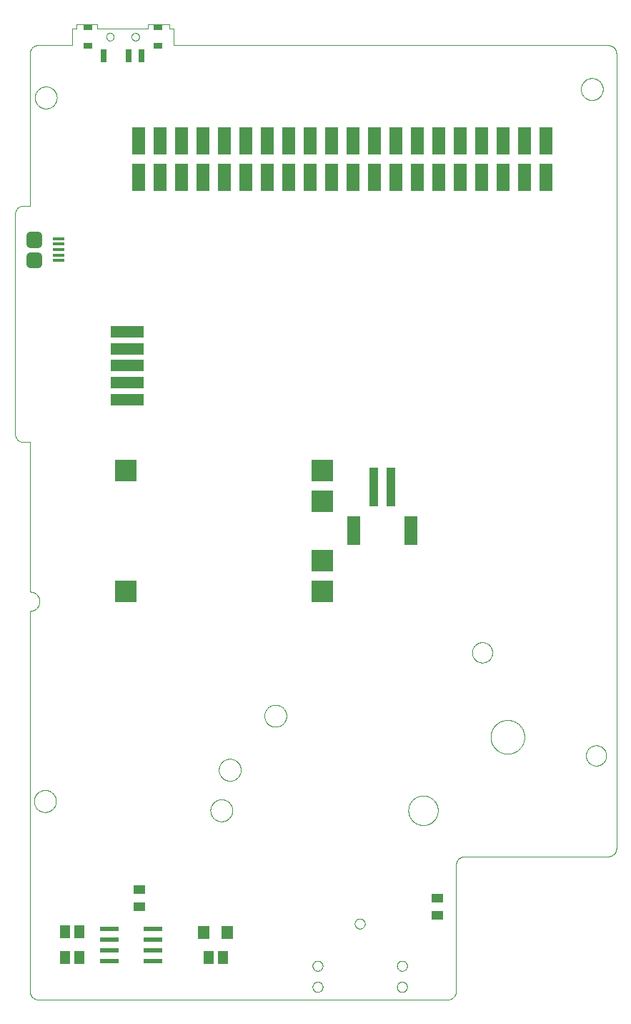
<source format=gbp>
G75*
%MOIN*%
%OFA0B0*%
%FSLAX25Y25*%
%IPPOS*%
%LPD*%
%AMOC8*
5,1,8,0,0,1.08239X$1,22.5*
%
%ADD10C,0.00000*%
%ADD11C,0.00039*%
%ADD12R,0.06000X0.13000*%
%ADD13R,0.10000X0.10000*%
%ADD14R,0.03937X0.03150*%
%ADD15R,0.02756X0.05906*%
%ADD16R,0.08661X0.02362*%
%ADD17R,0.05118X0.05906*%
%ADD18R,0.15748X0.05512*%
%ADD19R,0.03937X0.18110*%
%ADD20R,0.06299X0.13386*%
%ADD21C,0.03740*%
%ADD22R,0.05315X0.01575*%
%ADD23R,0.05512X0.06299*%
%ADD24R,0.05512X0.04331*%
D10*
X0029320Y0023079D02*
X0029320Y0200244D01*
X0029453Y0200246D01*
X0029586Y0200252D01*
X0029718Y0200262D01*
X0029851Y0200275D01*
X0029982Y0200293D01*
X0030114Y0200314D01*
X0030244Y0200339D01*
X0030374Y0200368D01*
X0030503Y0200401D01*
X0030630Y0200438D01*
X0030757Y0200478D01*
X0030883Y0200522D01*
X0031007Y0200570D01*
X0031129Y0200621D01*
X0031250Y0200676D01*
X0031370Y0200735D01*
X0031487Y0200796D01*
X0031603Y0200862D01*
X0031717Y0200930D01*
X0031829Y0201002D01*
X0031938Y0201078D01*
X0032046Y0201156D01*
X0032151Y0201238D01*
X0032253Y0201322D01*
X0032353Y0201410D01*
X0032451Y0201500D01*
X0032545Y0201594D01*
X0032637Y0201690D01*
X0032726Y0201789D01*
X0032812Y0201890D01*
X0032895Y0201994D01*
X0032975Y0202100D01*
X0033052Y0202208D01*
X0033126Y0202319D01*
X0033196Y0202432D01*
X0033263Y0202546D01*
X0033327Y0202663D01*
X0033387Y0202782D01*
X0033444Y0202902D01*
X0033497Y0203024D01*
X0033546Y0203147D01*
X0033592Y0203272D01*
X0033635Y0203398D01*
X0033673Y0203525D01*
X0033708Y0203654D01*
X0033739Y0203783D01*
X0033766Y0203913D01*
X0033789Y0204044D01*
X0033809Y0204175D01*
X0033824Y0204308D01*
X0033836Y0204440D01*
X0033844Y0204573D01*
X0033848Y0204706D01*
X0033848Y0204838D01*
X0033844Y0204971D01*
X0033836Y0205104D01*
X0033824Y0205236D01*
X0033809Y0205369D01*
X0033789Y0205500D01*
X0033766Y0205631D01*
X0033739Y0205761D01*
X0033708Y0205890D01*
X0033673Y0206019D01*
X0033635Y0206146D01*
X0033592Y0206272D01*
X0033546Y0206397D01*
X0033497Y0206520D01*
X0033444Y0206642D01*
X0033387Y0206762D01*
X0033327Y0206881D01*
X0033263Y0206998D01*
X0033196Y0207112D01*
X0033126Y0207225D01*
X0033052Y0207336D01*
X0032975Y0207444D01*
X0032895Y0207550D01*
X0032812Y0207654D01*
X0032726Y0207755D01*
X0032637Y0207854D01*
X0032545Y0207950D01*
X0032451Y0208044D01*
X0032353Y0208134D01*
X0032253Y0208222D01*
X0032151Y0208306D01*
X0032046Y0208388D01*
X0031938Y0208466D01*
X0031829Y0208542D01*
X0031717Y0208614D01*
X0031603Y0208682D01*
X0031487Y0208748D01*
X0031370Y0208809D01*
X0031250Y0208868D01*
X0031129Y0208923D01*
X0031007Y0208974D01*
X0030883Y0209022D01*
X0030757Y0209066D01*
X0030630Y0209106D01*
X0030503Y0209143D01*
X0030374Y0209176D01*
X0030244Y0209205D01*
X0030114Y0209230D01*
X0029982Y0209251D01*
X0029851Y0209269D01*
X0029718Y0209282D01*
X0029586Y0209292D01*
X0029453Y0209298D01*
X0029320Y0209300D01*
X0029320Y0209299D02*
X0029320Y0278984D01*
X0026367Y0278984D01*
X0026243Y0278986D01*
X0026120Y0278992D01*
X0025996Y0279001D01*
X0025874Y0279015D01*
X0025751Y0279032D01*
X0025629Y0279054D01*
X0025508Y0279079D01*
X0025388Y0279108D01*
X0025269Y0279140D01*
X0025150Y0279177D01*
X0025033Y0279217D01*
X0024918Y0279260D01*
X0024803Y0279308D01*
X0024691Y0279359D01*
X0024580Y0279413D01*
X0024470Y0279471D01*
X0024363Y0279532D01*
X0024257Y0279597D01*
X0024154Y0279665D01*
X0024053Y0279736D01*
X0023954Y0279810D01*
X0023857Y0279887D01*
X0023763Y0279968D01*
X0023672Y0280051D01*
X0023583Y0280137D01*
X0023497Y0280226D01*
X0023414Y0280317D01*
X0023333Y0280411D01*
X0023256Y0280508D01*
X0023182Y0280607D01*
X0023111Y0280708D01*
X0023043Y0280811D01*
X0022978Y0280917D01*
X0022917Y0281024D01*
X0022859Y0281134D01*
X0022805Y0281245D01*
X0022754Y0281357D01*
X0022706Y0281472D01*
X0022663Y0281587D01*
X0022623Y0281704D01*
X0022586Y0281823D01*
X0022554Y0281942D01*
X0022525Y0282062D01*
X0022500Y0282183D01*
X0022478Y0282305D01*
X0022461Y0282428D01*
X0022447Y0282550D01*
X0022438Y0282674D01*
X0022432Y0282797D01*
X0022430Y0282921D01*
X0022430Y0385283D01*
X0022432Y0385407D01*
X0022438Y0385530D01*
X0022447Y0385654D01*
X0022461Y0385776D01*
X0022478Y0385899D01*
X0022500Y0386021D01*
X0022525Y0386142D01*
X0022554Y0386262D01*
X0022586Y0386381D01*
X0022623Y0386500D01*
X0022663Y0386617D01*
X0022706Y0386732D01*
X0022754Y0386847D01*
X0022805Y0386959D01*
X0022859Y0387070D01*
X0022917Y0387180D01*
X0022978Y0387287D01*
X0023043Y0387393D01*
X0023111Y0387496D01*
X0023182Y0387597D01*
X0023256Y0387696D01*
X0023333Y0387793D01*
X0023414Y0387887D01*
X0023497Y0387978D01*
X0023583Y0388067D01*
X0023672Y0388153D01*
X0023763Y0388236D01*
X0023857Y0388317D01*
X0023954Y0388394D01*
X0024053Y0388468D01*
X0024154Y0388539D01*
X0024257Y0388607D01*
X0024363Y0388672D01*
X0024470Y0388733D01*
X0024580Y0388791D01*
X0024691Y0388845D01*
X0024803Y0388896D01*
X0024918Y0388944D01*
X0025033Y0388987D01*
X0025150Y0389027D01*
X0025269Y0389064D01*
X0025388Y0389096D01*
X0025508Y0389125D01*
X0025629Y0389150D01*
X0025751Y0389172D01*
X0025874Y0389189D01*
X0025996Y0389203D01*
X0026120Y0389212D01*
X0026243Y0389218D01*
X0026367Y0389220D01*
X0029320Y0389220D01*
X0029320Y0460087D01*
X0029322Y0460211D01*
X0029328Y0460334D01*
X0029337Y0460458D01*
X0029351Y0460580D01*
X0029368Y0460703D01*
X0029390Y0460825D01*
X0029415Y0460946D01*
X0029444Y0461066D01*
X0029476Y0461185D01*
X0029513Y0461304D01*
X0029553Y0461421D01*
X0029596Y0461536D01*
X0029644Y0461651D01*
X0029695Y0461763D01*
X0029749Y0461874D01*
X0029807Y0461984D01*
X0029868Y0462091D01*
X0029933Y0462197D01*
X0030001Y0462300D01*
X0030072Y0462401D01*
X0030146Y0462500D01*
X0030223Y0462597D01*
X0030304Y0462691D01*
X0030387Y0462782D01*
X0030473Y0462871D01*
X0030562Y0462957D01*
X0030653Y0463040D01*
X0030747Y0463121D01*
X0030844Y0463198D01*
X0030943Y0463272D01*
X0031044Y0463343D01*
X0031147Y0463411D01*
X0031253Y0463476D01*
X0031360Y0463537D01*
X0031470Y0463595D01*
X0031581Y0463649D01*
X0031693Y0463700D01*
X0031808Y0463748D01*
X0031923Y0463791D01*
X0032040Y0463831D01*
X0032159Y0463868D01*
X0032278Y0463900D01*
X0032398Y0463929D01*
X0032519Y0463954D01*
X0032641Y0463976D01*
X0032764Y0463993D01*
X0032886Y0464007D01*
X0033010Y0464016D01*
X0033133Y0464022D01*
X0033257Y0464024D01*
X0049005Y0464024D01*
X0049005Y0471898D01*
X0050974Y0471898D01*
X0050974Y0473866D01*
X0060816Y0473866D01*
X0060816Y0471898D01*
X0084438Y0471898D01*
X0084438Y0473866D01*
X0094281Y0473866D01*
X0094281Y0471898D01*
X0096249Y0471898D01*
X0096249Y0464024D01*
X0299005Y0464024D01*
X0299129Y0464022D01*
X0299252Y0464016D01*
X0299376Y0464007D01*
X0299498Y0463993D01*
X0299621Y0463976D01*
X0299743Y0463954D01*
X0299864Y0463929D01*
X0299984Y0463900D01*
X0300103Y0463868D01*
X0300222Y0463831D01*
X0300339Y0463791D01*
X0300454Y0463748D01*
X0300569Y0463700D01*
X0300681Y0463649D01*
X0300792Y0463595D01*
X0300902Y0463537D01*
X0301009Y0463476D01*
X0301115Y0463411D01*
X0301218Y0463343D01*
X0301319Y0463272D01*
X0301418Y0463198D01*
X0301515Y0463121D01*
X0301609Y0463040D01*
X0301700Y0462957D01*
X0301789Y0462871D01*
X0301875Y0462782D01*
X0301958Y0462691D01*
X0302039Y0462597D01*
X0302116Y0462500D01*
X0302190Y0462401D01*
X0302261Y0462300D01*
X0302329Y0462197D01*
X0302394Y0462091D01*
X0302455Y0461984D01*
X0302513Y0461874D01*
X0302567Y0461763D01*
X0302618Y0461651D01*
X0302666Y0461536D01*
X0302709Y0461421D01*
X0302749Y0461304D01*
X0302786Y0461185D01*
X0302818Y0461066D01*
X0302847Y0460946D01*
X0302872Y0460825D01*
X0302894Y0460703D01*
X0302911Y0460580D01*
X0302925Y0460458D01*
X0302934Y0460334D01*
X0302940Y0460211D01*
X0302942Y0460087D01*
X0302942Y0089811D01*
X0302940Y0089687D01*
X0302934Y0089564D01*
X0302925Y0089440D01*
X0302911Y0089318D01*
X0302894Y0089195D01*
X0302872Y0089073D01*
X0302847Y0088952D01*
X0302818Y0088832D01*
X0302786Y0088713D01*
X0302749Y0088594D01*
X0302709Y0088477D01*
X0302666Y0088362D01*
X0302618Y0088247D01*
X0302567Y0088135D01*
X0302513Y0088024D01*
X0302455Y0087914D01*
X0302394Y0087807D01*
X0302329Y0087701D01*
X0302261Y0087598D01*
X0302190Y0087497D01*
X0302116Y0087398D01*
X0302039Y0087301D01*
X0301958Y0087207D01*
X0301875Y0087116D01*
X0301789Y0087027D01*
X0301700Y0086941D01*
X0301609Y0086858D01*
X0301515Y0086777D01*
X0301418Y0086700D01*
X0301319Y0086626D01*
X0301218Y0086555D01*
X0301115Y0086487D01*
X0301009Y0086422D01*
X0300902Y0086361D01*
X0300792Y0086303D01*
X0300681Y0086249D01*
X0300569Y0086198D01*
X0300454Y0086150D01*
X0300339Y0086107D01*
X0300222Y0086067D01*
X0300103Y0086030D01*
X0299984Y0085998D01*
X0299864Y0085969D01*
X0299743Y0085944D01*
X0299621Y0085922D01*
X0299498Y0085905D01*
X0299376Y0085891D01*
X0299252Y0085882D01*
X0299129Y0085876D01*
X0299005Y0085874D01*
X0232076Y0085874D01*
X0231952Y0085872D01*
X0231829Y0085866D01*
X0231705Y0085857D01*
X0231583Y0085843D01*
X0231460Y0085826D01*
X0231338Y0085804D01*
X0231217Y0085779D01*
X0231097Y0085750D01*
X0230978Y0085718D01*
X0230859Y0085681D01*
X0230742Y0085641D01*
X0230627Y0085598D01*
X0230512Y0085550D01*
X0230400Y0085499D01*
X0230289Y0085445D01*
X0230179Y0085387D01*
X0230072Y0085326D01*
X0229966Y0085261D01*
X0229863Y0085193D01*
X0229762Y0085122D01*
X0229663Y0085048D01*
X0229566Y0084971D01*
X0229472Y0084890D01*
X0229381Y0084807D01*
X0229292Y0084721D01*
X0229206Y0084632D01*
X0229123Y0084541D01*
X0229042Y0084447D01*
X0228965Y0084350D01*
X0228891Y0084251D01*
X0228820Y0084150D01*
X0228752Y0084047D01*
X0228687Y0083941D01*
X0228626Y0083834D01*
X0228568Y0083724D01*
X0228514Y0083613D01*
X0228463Y0083501D01*
X0228415Y0083386D01*
X0228372Y0083271D01*
X0228332Y0083154D01*
X0228295Y0083035D01*
X0228263Y0082916D01*
X0228234Y0082796D01*
X0228209Y0082675D01*
X0228187Y0082553D01*
X0228170Y0082430D01*
X0228156Y0082308D01*
X0228147Y0082184D01*
X0228141Y0082061D01*
X0228139Y0081937D01*
X0228139Y0023079D01*
X0228137Y0022955D01*
X0228131Y0022832D01*
X0228122Y0022708D01*
X0228108Y0022586D01*
X0228091Y0022463D01*
X0228069Y0022341D01*
X0228044Y0022220D01*
X0228015Y0022100D01*
X0227983Y0021981D01*
X0227946Y0021862D01*
X0227906Y0021745D01*
X0227863Y0021630D01*
X0227815Y0021515D01*
X0227764Y0021403D01*
X0227710Y0021292D01*
X0227652Y0021182D01*
X0227591Y0021075D01*
X0227526Y0020969D01*
X0227458Y0020866D01*
X0227387Y0020765D01*
X0227313Y0020666D01*
X0227236Y0020569D01*
X0227155Y0020475D01*
X0227072Y0020384D01*
X0226986Y0020295D01*
X0226897Y0020209D01*
X0226806Y0020126D01*
X0226712Y0020045D01*
X0226615Y0019968D01*
X0226516Y0019894D01*
X0226415Y0019823D01*
X0226312Y0019755D01*
X0226206Y0019690D01*
X0226099Y0019629D01*
X0225989Y0019571D01*
X0225878Y0019517D01*
X0225766Y0019466D01*
X0225651Y0019418D01*
X0225536Y0019375D01*
X0225419Y0019335D01*
X0225300Y0019298D01*
X0225181Y0019266D01*
X0225061Y0019237D01*
X0224940Y0019212D01*
X0224818Y0019190D01*
X0224695Y0019173D01*
X0224573Y0019159D01*
X0224449Y0019150D01*
X0224326Y0019144D01*
X0224202Y0019142D01*
X0033257Y0019142D01*
X0033133Y0019144D01*
X0033010Y0019150D01*
X0032886Y0019159D01*
X0032764Y0019173D01*
X0032641Y0019190D01*
X0032519Y0019212D01*
X0032398Y0019237D01*
X0032278Y0019266D01*
X0032159Y0019298D01*
X0032040Y0019335D01*
X0031923Y0019375D01*
X0031808Y0019418D01*
X0031693Y0019466D01*
X0031581Y0019517D01*
X0031470Y0019571D01*
X0031360Y0019629D01*
X0031253Y0019690D01*
X0031147Y0019755D01*
X0031044Y0019823D01*
X0030943Y0019894D01*
X0030844Y0019968D01*
X0030747Y0020045D01*
X0030653Y0020126D01*
X0030562Y0020209D01*
X0030473Y0020295D01*
X0030387Y0020384D01*
X0030304Y0020475D01*
X0030223Y0020569D01*
X0030146Y0020666D01*
X0030072Y0020765D01*
X0030001Y0020866D01*
X0029933Y0020969D01*
X0029868Y0021075D01*
X0029807Y0021182D01*
X0029749Y0021292D01*
X0029695Y0021403D01*
X0029644Y0021515D01*
X0029596Y0021630D01*
X0029553Y0021745D01*
X0029513Y0021862D01*
X0029476Y0021981D01*
X0029444Y0022100D01*
X0029415Y0022220D01*
X0029390Y0022341D01*
X0029368Y0022463D01*
X0029351Y0022586D01*
X0029337Y0022708D01*
X0029328Y0022832D01*
X0029322Y0022955D01*
X0029320Y0023079D01*
X0161210Y0025047D02*
X0161212Y0025144D01*
X0161218Y0025241D01*
X0161228Y0025337D01*
X0161242Y0025433D01*
X0161260Y0025529D01*
X0161281Y0025623D01*
X0161307Y0025717D01*
X0161336Y0025809D01*
X0161370Y0025900D01*
X0161406Y0025990D01*
X0161447Y0026078D01*
X0161491Y0026164D01*
X0161539Y0026249D01*
X0161590Y0026331D01*
X0161644Y0026412D01*
X0161702Y0026490D01*
X0161763Y0026565D01*
X0161826Y0026638D01*
X0161893Y0026709D01*
X0161963Y0026776D01*
X0162035Y0026841D01*
X0162110Y0026902D01*
X0162188Y0026961D01*
X0162267Y0027016D01*
X0162349Y0027068D01*
X0162433Y0027116D01*
X0162519Y0027161D01*
X0162607Y0027203D01*
X0162696Y0027241D01*
X0162787Y0027275D01*
X0162879Y0027305D01*
X0162972Y0027332D01*
X0163067Y0027354D01*
X0163162Y0027373D01*
X0163258Y0027388D01*
X0163354Y0027399D01*
X0163451Y0027406D01*
X0163548Y0027409D01*
X0163645Y0027408D01*
X0163742Y0027403D01*
X0163838Y0027394D01*
X0163934Y0027381D01*
X0164030Y0027364D01*
X0164125Y0027343D01*
X0164218Y0027319D01*
X0164311Y0027290D01*
X0164403Y0027258D01*
X0164493Y0027222D01*
X0164581Y0027183D01*
X0164668Y0027139D01*
X0164753Y0027093D01*
X0164836Y0027042D01*
X0164917Y0026989D01*
X0164995Y0026932D01*
X0165072Y0026872D01*
X0165145Y0026809D01*
X0165216Y0026743D01*
X0165284Y0026674D01*
X0165350Y0026602D01*
X0165412Y0026528D01*
X0165471Y0026451D01*
X0165527Y0026372D01*
X0165580Y0026290D01*
X0165630Y0026207D01*
X0165675Y0026121D01*
X0165718Y0026034D01*
X0165757Y0025945D01*
X0165792Y0025855D01*
X0165823Y0025763D01*
X0165850Y0025670D01*
X0165874Y0025576D01*
X0165894Y0025481D01*
X0165910Y0025385D01*
X0165922Y0025289D01*
X0165930Y0025192D01*
X0165934Y0025095D01*
X0165934Y0024999D01*
X0165930Y0024902D01*
X0165922Y0024805D01*
X0165910Y0024709D01*
X0165894Y0024613D01*
X0165874Y0024518D01*
X0165850Y0024424D01*
X0165823Y0024331D01*
X0165792Y0024239D01*
X0165757Y0024149D01*
X0165718Y0024060D01*
X0165675Y0023973D01*
X0165630Y0023887D01*
X0165580Y0023804D01*
X0165527Y0023722D01*
X0165471Y0023643D01*
X0165412Y0023566D01*
X0165350Y0023492D01*
X0165284Y0023420D01*
X0165216Y0023351D01*
X0165145Y0023285D01*
X0165072Y0023222D01*
X0164995Y0023162D01*
X0164917Y0023105D01*
X0164836Y0023052D01*
X0164753Y0023001D01*
X0164668Y0022955D01*
X0164581Y0022911D01*
X0164493Y0022872D01*
X0164403Y0022836D01*
X0164311Y0022804D01*
X0164218Y0022775D01*
X0164125Y0022751D01*
X0164030Y0022730D01*
X0163934Y0022713D01*
X0163838Y0022700D01*
X0163742Y0022691D01*
X0163645Y0022686D01*
X0163548Y0022685D01*
X0163451Y0022688D01*
X0163354Y0022695D01*
X0163258Y0022706D01*
X0163162Y0022721D01*
X0163067Y0022740D01*
X0162972Y0022762D01*
X0162879Y0022789D01*
X0162787Y0022819D01*
X0162696Y0022853D01*
X0162607Y0022891D01*
X0162519Y0022933D01*
X0162433Y0022978D01*
X0162349Y0023026D01*
X0162267Y0023078D01*
X0162188Y0023133D01*
X0162110Y0023192D01*
X0162035Y0023253D01*
X0161963Y0023318D01*
X0161893Y0023385D01*
X0161826Y0023456D01*
X0161763Y0023529D01*
X0161702Y0023604D01*
X0161644Y0023682D01*
X0161590Y0023763D01*
X0161539Y0023845D01*
X0161491Y0023930D01*
X0161447Y0024016D01*
X0161406Y0024104D01*
X0161370Y0024194D01*
X0161336Y0024285D01*
X0161307Y0024377D01*
X0161281Y0024471D01*
X0161260Y0024565D01*
X0161242Y0024661D01*
X0161228Y0024757D01*
X0161218Y0024853D01*
X0161212Y0024950D01*
X0161210Y0025047D01*
X0161210Y0034890D02*
X0161212Y0034987D01*
X0161218Y0035084D01*
X0161228Y0035180D01*
X0161242Y0035276D01*
X0161260Y0035372D01*
X0161281Y0035466D01*
X0161307Y0035560D01*
X0161336Y0035652D01*
X0161370Y0035743D01*
X0161406Y0035833D01*
X0161447Y0035921D01*
X0161491Y0036007D01*
X0161539Y0036092D01*
X0161590Y0036174D01*
X0161644Y0036255D01*
X0161702Y0036333D01*
X0161763Y0036408D01*
X0161826Y0036481D01*
X0161893Y0036552D01*
X0161963Y0036619D01*
X0162035Y0036684D01*
X0162110Y0036745D01*
X0162188Y0036804D01*
X0162267Y0036859D01*
X0162349Y0036911D01*
X0162433Y0036959D01*
X0162519Y0037004D01*
X0162607Y0037046D01*
X0162696Y0037084D01*
X0162787Y0037118D01*
X0162879Y0037148D01*
X0162972Y0037175D01*
X0163067Y0037197D01*
X0163162Y0037216D01*
X0163258Y0037231D01*
X0163354Y0037242D01*
X0163451Y0037249D01*
X0163548Y0037252D01*
X0163645Y0037251D01*
X0163742Y0037246D01*
X0163838Y0037237D01*
X0163934Y0037224D01*
X0164030Y0037207D01*
X0164125Y0037186D01*
X0164218Y0037162D01*
X0164311Y0037133D01*
X0164403Y0037101D01*
X0164493Y0037065D01*
X0164581Y0037026D01*
X0164668Y0036982D01*
X0164753Y0036936D01*
X0164836Y0036885D01*
X0164917Y0036832D01*
X0164995Y0036775D01*
X0165072Y0036715D01*
X0165145Y0036652D01*
X0165216Y0036586D01*
X0165284Y0036517D01*
X0165350Y0036445D01*
X0165412Y0036371D01*
X0165471Y0036294D01*
X0165527Y0036215D01*
X0165580Y0036133D01*
X0165630Y0036050D01*
X0165675Y0035964D01*
X0165718Y0035877D01*
X0165757Y0035788D01*
X0165792Y0035698D01*
X0165823Y0035606D01*
X0165850Y0035513D01*
X0165874Y0035419D01*
X0165894Y0035324D01*
X0165910Y0035228D01*
X0165922Y0035132D01*
X0165930Y0035035D01*
X0165934Y0034938D01*
X0165934Y0034842D01*
X0165930Y0034745D01*
X0165922Y0034648D01*
X0165910Y0034552D01*
X0165894Y0034456D01*
X0165874Y0034361D01*
X0165850Y0034267D01*
X0165823Y0034174D01*
X0165792Y0034082D01*
X0165757Y0033992D01*
X0165718Y0033903D01*
X0165675Y0033816D01*
X0165630Y0033730D01*
X0165580Y0033647D01*
X0165527Y0033565D01*
X0165471Y0033486D01*
X0165412Y0033409D01*
X0165350Y0033335D01*
X0165284Y0033263D01*
X0165216Y0033194D01*
X0165145Y0033128D01*
X0165072Y0033065D01*
X0164995Y0033005D01*
X0164917Y0032948D01*
X0164836Y0032895D01*
X0164753Y0032844D01*
X0164668Y0032798D01*
X0164581Y0032754D01*
X0164493Y0032715D01*
X0164403Y0032679D01*
X0164311Y0032647D01*
X0164218Y0032618D01*
X0164125Y0032594D01*
X0164030Y0032573D01*
X0163934Y0032556D01*
X0163838Y0032543D01*
X0163742Y0032534D01*
X0163645Y0032529D01*
X0163548Y0032528D01*
X0163451Y0032531D01*
X0163354Y0032538D01*
X0163258Y0032549D01*
X0163162Y0032564D01*
X0163067Y0032583D01*
X0162972Y0032605D01*
X0162879Y0032632D01*
X0162787Y0032662D01*
X0162696Y0032696D01*
X0162607Y0032734D01*
X0162519Y0032776D01*
X0162433Y0032821D01*
X0162349Y0032869D01*
X0162267Y0032921D01*
X0162188Y0032976D01*
X0162110Y0033035D01*
X0162035Y0033096D01*
X0161963Y0033161D01*
X0161893Y0033228D01*
X0161826Y0033299D01*
X0161763Y0033372D01*
X0161702Y0033447D01*
X0161644Y0033525D01*
X0161590Y0033606D01*
X0161539Y0033688D01*
X0161491Y0033773D01*
X0161447Y0033859D01*
X0161406Y0033947D01*
X0161370Y0034037D01*
X0161336Y0034128D01*
X0161307Y0034220D01*
X0161281Y0034314D01*
X0161260Y0034408D01*
X0161242Y0034504D01*
X0161228Y0034600D01*
X0161218Y0034696D01*
X0161212Y0034793D01*
X0161210Y0034890D01*
X0180895Y0054575D02*
X0180897Y0054672D01*
X0180903Y0054769D01*
X0180913Y0054865D01*
X0180927Y0054961D01*
X0180945Y0055057D01*
X0180966Y0055151D01*
X0180992Y0055245D01*
X0181021Y0055337D01*
X0181055Y0055428D01*
X0181091Y0055518D01*
X0181132Y0055606D01*
X0181176Y0055692D01*
X0181224Y0055777D01*
X0181275Y0055859D01*
X0181329Y0055940D01*
X0181387Y0056018D01*
X0181448Y0056093D01*
X0181511Y0056166D01*
X0181578Y0056237D01*
X0181648Y0056304D01*
X0181720Y0056369D01*
X0181795Y0056430D01*
X0181873Y0056489D01*
X0181952Y0056544D01*
X0182034Y0056596D01*
X0182118Y0056644D01*
X0182204Y0056689D01*
X0182292Y0056731D01*
X0182381Y0056769D01*
X0182472Y0056803D01*
X0182564Y0056833D01*
X0182657Y0056860D01*
X0182752Y0056882D01*
X0182847Y0056901D01*
X0182943Y0056916D01*
X0183039Y0056927D01*
X0183136Y0056934D01*
X0183233Y0056937D01*
X0183330Y0056936D01*
X0183427Y0056931D01*
X0183523Y0056922D01*
X0183619Y0056909D01*
X0183715Y0056892D01*
X0183810Y0056871D01*
X0183903Y0056847D01*
X0183996Y0056818D01*
X0184088Y0056786D01*
X0184178Y0056750D01*
X0184266Y0056711D01*
X0184353Y0056667D01*
X0184438Y0056621D01*
X0184521Y0056570D01*
X0184602Y0056517D01*
X0184680Y0056460D01*
X0184757Y0056400D01*
X0184830Y0056337D01*
X0184901Y0056271D01*
X0184969Y0056202D01*
X0185035Y0056130D01*
X0185097Y0056056D01*
X0185156Y0055979D01*
X0185212Y0055900D01*
X0185265Y0055818D01*
X0185315Y0055735D01*
X0185360Y0055649D01*
X0185403Y0055562D01*
X0185442Y0055473D01*
X0185477Y0055383D01*
X0185508Y0055291D01*
X0185535Y0055198D01*
X0185559Y0055104D01*
X0185579Y0055009D01*
X0185595Y0054913D01*
X0185607Y0054817D01*
X0185615Y0054720D01*
X0185619Y0054623D01*
X0185619Y0054527D01*
X0185615Y0054430D01*
X0185607Y0054333D01*
X0185595Y0054237D01*
X0185579Y0054141D01*
X0185559Y0054046D01*
X0185535Y0053952D01*
X0185508Y0053859D01*
X0185477Y0053767D01*
X0185442Y0053677D01*
X0185403Y0053588D01*
X0185360Y0053501D01*
X0185315Y0053415D01*
X0185265Y0053332D01*
X0185212Y0053250D01*
X0185156Y0053171D01*
X0185097Y0053094D01*
X0185035Y0053020D01*
X0184969Y0052948D01*
X0184901Y0052879D01*
X0184830Y0052813D01*
X0184757Y0052750D01*
X0184680Y0052690D01*
X0184602Y0052633D01*
X0184521Y0052580D01*
X0184438Y0052529D01*
X0184353Y0052483D01*
X0184266Y0052439D01*
X0184178Y0052400D01*
X0184088Y0052364D01*
X0183996Y0052332D01*
X0183903Y0052303D01*
X0183810Y0052279D01*
X0183715Y0052258D01*
X0183619Y0052241D01*
X0183523Y0052228D01*
X0183427Y0052219D01*
X0183330Y0052214D01*
X0183233Y0052213D01*
X0183136Y0052216D01*
X0183039Y0052223D01*
X0182943Y0052234D01*
X0182847Y0052249D01*
X0182752Y0052268D01*
X0182657Y0052290D01*
X0182564Y0052317D01*
X0182472Y0052347D01*
X0182381Y0052381D01*
X0182292Y0052419D01*
X0182204Y0052461D01*
X0182118Y0052506D01*
X0182034Y0052554D01*
X0181952Y0052606D01*
X0181873Y0052661D01*
X0181795Y0052720D01*
X0181720Y0052781D01*
X0181648Y0052846D01*
X0181578Y0052913D01*
X0181511Y0052984D01*
X0181448Y0053057D01*
X0181387Y0053132D01*
X0181329Y0053210D01*
X0181275Y0053291D01*
X0181224Y0053373D01*
X0181176Y0053458D01*
X0181132Y0053544D01*
X0181091Y0053632D01*
X0181055Y0053722D01*
X0181021Y0053813D01*
X0180992Y0053905D01*
X0180966Y0053999D01*
X0180945Y0054093D01*
X0180927Y0054189D01*
X0180913Y0054285D01*
X0180903Y0054381D01*
X0180897Y0054478D01*
X0180895Y0054575D01*
X0200580Y0034890D02*
X0200582Y0034987D01*
X0200588Y0035084D01*
X0200598Y0035180D01*
X0200612Y0035276D01*
X0200630Y0035372D01*
X0200651Y0035466D01*
X0200677Y0035560D01*
X0200706Y0035652D01*
X0200740Y0035743D01*
X0200776Y0035833D01*
X0200817Y0035921D01*
X0200861Y0036007D01*
X0200909Y0036092D01*
X0200960Y0036174D01*
X0201014Y0036255D01*
X0201072Y0036333D01*
X0201133Y0036408D01*
X0201196Y0036481D01*
X0201263Y0036552D01*
X0201333Y0036619D01*
X0201405Y0036684D01*
X0201480Y0036745D01*
X0201558Y0036804D01*
X0201637Y0036859D01*
X0201719Y0036911D01*
X0201803Y0036959D01*
X0201889Y0037004D01*
X0201977Y0037046D01*
X0202066Y0037084D01*
X0202157Y0037118D01*
X0202249Y0037148D01*
X0202342Y0037175D01*
X0202437Y0037197D01*
X0202532Y0037216D01*
X0202628Y0037231D01*
X0202724Y0037242D01*
X0202821Y0037249D01*
X0202918Y0037252D01*
X0203015Y0037251D01*
X0203112Y0037246D01*
X0203208Y0037237D01*
X0203304Y0037224D01*
X0203400Y0037207D01*
X0203495Y0037186D01*
X0203588Y0037162D01*
X0203681Y0037133D01*
X0203773Y0037101D01*
X0203863Y0037065D01*
X0203951Y0037026D01*
X0204038Y0036982D01*
X0204123Y0036936D01*
X0204206Y0036885D01*
X0204287Y0036832D01*
X0204365Y0036775D01*
X0204442Y0036715D01*
X0204515Y0036652D01*
X0204586Y0036586D01*
X0204654Y0036517D01*
X0204720Y0036445D01*
X0204782Y0036371D01*
X0204841Y0036294D01*
X0204897Y0036215D01*
X0204950Y0036133D01*
X0205000Y0036050D01*
X0205045Y0035964D01*
X0205088Y0035877D01*
X0205127Y0035788D01*
X0205162Y0035698D01*
X0205193Y0035606D01*
X0205220Y0035513D01*
X0205244Y0035419D01*
X0205264Y0035324D01*
X0205280Y0035228D01*
X0205292Y0035132D01*
X0205300Y0035035D01*
X0205304Y0034938D01*
X0205304Y0034842D01*
X0205300Y0034745D01*
X0205292Y0034648D01*
X0205280Y0034552D01*
X0205264Y0034456D01*
X0205244Y0034361D01*
X0205220Y0034267D01*
X0205193Y0034174D01*
X0205162Y0034082D01*
X0205127Y0033992D01*
X0205088Y0033903D01*
X0205045Y0033816D01*
X0205000Y0033730D01*
X0204950Y0033647D01*
X0204897Y0033565D01*
X0204841Y0033486D01*
X0204782Y0033409D01*
X0204720Y0033335D01*
X0204654Y0033263D01*
X0204586Y0033194D01*
X0204515Y0033128D01*
X0204442Y0033065D01*
X0204365Y0033005D01*
X0204287Y0032948D01*
X0204206Y0032895D01*
X0204123Y0032844D01*
X0204038Y0032798D01*
X0203951Y0032754D01*
X0203863Y0032715D01*
X0203773Y0032679D01*
X0203681Y0032647D01*
X0203588Y0032618D01*
X0203495Y0032594D01*
X0203400Y0032573D01*
X0203304Y0032556D01*
X0203208Y0032543D01*
X0203112Y0032534D01*
X0203015Y0032529D01*
X0202918Y0032528D01*
X0202821Y0032531D01*
X0202724Y0032538D01*
X0202628Y0032549D01*
X0202532Y0032564D01*
X0202437Y0032583D01*
X0202342Y0032605D01*
X0202249Y0032632D01*
X0202157Y0032662D01*
X0202066Y0032696D01*
X0201977Y0032734D01*
X0201889Y0032776D01*
X0201803Y0032821D01*
X0201719Y0032869D01*
X0201637Y0032921D01*
X0201558Y0032976D01*
X0201480Y0033035D01*
X0201405Y0033096D01*
X0201333Y0033161D01*
X0201263Y0033228D01*
X0201196Y0033299D01*
X0201133Y0033372D01*
X0201072Y0033447D01*
X0201014Y0033525D01*
X0200960Y0033606D01*
X0200909Y0033688D01*
X0200861Y0033773D01*
X0200817Y0033859D01*
X0200776Y0033947D01*
X0200740Y0034037D01*
X0200706Y0034128D01*
X0200677Y0034220D01*
X0200651Y0034314D01*
X0200630Y0034408D01*
X0200612Y0034504D01*
X0200598Y0034600D01*
X0200588Y0034696D01*
X0200582Y0034793D01*
X0200580Y0034890D01*
X0200580Y0025047D02*
X0200582Y0025144D01*
X0200588Y0025241D01*
X0200598Y0025337D01*
X0200612Y0025433D01*
X0200630Y0025529D01*
X0200651Y0025623D01*
X0200677Y0025717D01*
X0200706Y0025809D01*
X0200740Y0025900D01*
X0200776Y0025990D01*
X0200817Y0026078D01*
X0200861Y0026164D01*
X0200909Y0026249D01*
X0200960Y0026331D01*
X0201014Y0026412D01*
X0201072Y0026490D01*
X0201133Y0026565D01*
X0201196Y0026638D01*
X0201263Y0026709D01*
X0201333Y0026776D01*
X0201405Y0026841D01*
X0201480Y0026902D01*
X0201558Y0026961D01*
X0201637Y0027016D01*
X0201719Y0027068D01*
X0201803Y0027116D01*
X0201889Y0027161D01*
X0201977Y0027203D01*
X0202066Y0027241D01*
X0202157Y0027275D01*
X0202249Y0027305D01*
X0202342Y0027332D01*
X0202437Y0027354D01*
X0202532Y0027373D01*
X0202628Y0027388D01*
X0202724Y0027399D01*
X0202821Y0027406D01*
X0202918Y0027409D01*
X0203015Y0027408D01*
X0203112Y0027403D01*
X0203208Y0027394D01*
X0203304Y0027381D01*
X0203400Y0027364D01*
X0203495Y0027343D01*
X0203588Y0027319D01*
X0203681Y0027290D01*
X0203773Y0027258D01*
X0203863Y0027222D01*
X0203951Y0027183D01*
X0204038Y0027139D01*
X0204123Y0027093D01*
X0204206Y0027042D01*
X0204287Y0026989D01*
X0204365Y0026932D01*
X0204442Y0026872D01*
X0204515Y0026809D01*
X0204586Y0026743D01*
X0204654Y0026674D01*
X0204720Y0026602D01*
X0204782Y0026528D01*
X0204841Y0026451D01*
X0204897Y0026372D01*
X0204950Y0026290D01*
X0205000Y0026207D01*
X0205045Y0026121D01*
X0205088Y0026034D01*
X0205127Y0025945D01*
X0205162Y0025855D01*
X0205193Y0025763D01*
X0205220Y0025670D01*
X0205244Y0025576D01*
X0205264Y0025481D01*
X0205280Y0025385D01*
X0205292Y0025289D01*
X0205300Y0025192D01*
X0205304Y0025095D01*
X0205304Y0024999D01*
X0205300Y0024902D01*
X0205292Y0024805D01*
X0205280Y0024709D01*
X0205264Y0024613D01*
X0205244Y0024518D01*
X0205220Y0024424D01*
X0205193Y0024331D01*
X0205162Y0024239D01*
X0205127Y0024149D01*
X0205088Y0024060D01*
X0205045Y0023973D01*
X0205000Y0023887D01*
X0204950Y0023804D01*
X0204897Y0023722D01*
X0204841Y0023643D01*
X0204782Y0023566D01*
X0204720Y0023492D01*
X0204654Y0023420D01*
X0204586Y0023351D01*
X0204515Y0023285D01*
X0204442Y0023222D01*
X0204365Y0023162D01*
X0204287Y0023105D01*
X0204206Y0023052D01*
X0204123Y0023001D01*
X0204038Y0022955D01*
X0203951Y0022911D01*
X0203863Y0022872D01*
X0203773Y0022836D01*
X0203681Y0022804D01*
X0203588Y0022775D01*
X0203495Y0022751D01*
X0203400Y0022730D01*
X0203304Y0022713D01*
X0203208Y0022700D01*
X0203112Y0022691D01*
X0203015Y0022686D01*
X0202918Y0022685D01*
X0202821Y0022688D01*
X0202724Y0022695D01*
X0202628Y0022706D01*
X0202532Y0022721D01*
X0202437Y0022740D01*
X0202342Y0022762D01*
X0202249Y0022789D01*
X0202157Y0022819D01*
X0202066Y0022853D01*
X0201977Y0022891D01*
X0201889Y0022933D01*
X0201803Y0022978D01*
X0201719Y0023026D01*
X0201637Y0023078D01*
X0201558Y0023133D01*
X0201480Y0023192D01*
X0201405Y0023253D01*
X0201333Y0023318D01*
X0201263Y0023385D01*
X0201196Y0023456D01*
X0201133Y0023529D01*
X0201072Y0023604D01*
X0201014Y0023682D01*
X0200960Y0023763D01*
X0200909Y0023845D01*
X0200861Y0023930D01*
X0200817Y0024016D01*
X0200776Y0024104D01*
X0200740Y0024194D01*
X0200706Y0024285D01*
X0200677Y0024377D01*
X0200651Y0024471D01*
X0200630Y0024565D01*
X0200612Y0024661D01*
X0200598Y0024757D01*
X0200588Y0024853D01*
X0200582Y0024950D01*
X0200580Y0025047D01*
X0076761Y0467961D02*
X0076763Y0468045D01*
X0076769Y0468128D01*
X0076779Y0468211D01*
X0076793Y0468294D01*
X0076810Y0468376D01*
X0076832Y0468457D01*
X0076857Y0468536D01*
X0076886Y0468615D01*
X0076919Y0468692D01*
X0076955Y0468767D01*
X0076995Y0468841D01*
X0077038Y0468913D01*
X0077085Y0468982D01*
X0077135Y0469049D01*
X0077188Y0469114D01*
X0077244Y0469176D01*
X0077302Y0469236D01*
X0077364Y0469293D01*
X0077428Y0469346D01*
X0077495Y0469397D01*
X0077564Y0469444D01*
X0077635Y0469489D01*
X0077708Y0469529D01*
X0077783Y0469566D01*
X0077860Y0469600D01*
X0077938Y0469630D01*
X0078017Y0469656D01*
X0078098Y0469679D01*
X0078180Y0469697D01*
X0078262Y0469712D01*
X0078345Y0469723D01*
X0078428Y0469730D01*
X0078512Y0469733D01*
X0078596Y0469732D01*
X0078679Y0469727D01*
X0078763Y0469718D01*
X0078845Y0469705D01*
X0078927Y0469689D01*
X0079008Y0469668D01*
X0079089Y0469644D01*
X0079167Y0469616D01*
X0079245Y0469584D01*
X0079321Y0469548D01*
X0079395Y0469509D01*
X0079467Y0469467D01*
X0079537Y0469421D01*
X0079605Y0469372D01*
X0079670Y0469320D01*
X0079733Y0469265D01*
X0079793Y0469207D01*
X0079851Y0469146D01*
X0079905Y0469082D01*
X0079957Y0469016D01*
X0080005Y0468948D01*
X0080050Y0468877D01*
X0080091Y0468804D01*
X0080130Y0468730D01*
X0080164Y0468654D01*
X0080195Y0468576D01*
X0080222Y0468497D01*
X0080246Y0468416D01*
X0080265Y0468335D01*
X0080281Y0468253D01*
X0080293Y0468170D01*
X0080301Y0468086D01*
X0080305Y0468003D01*
X0080305Y0467919D01*
X0080301Y0467836D01*
X0080293Y0467752D01*
X0080281Y0467669D01*
X0080265Y0467587D01*
X0080246Y0467506D01*
X0080222Y0467425D01*
X0080195Y0467346D01*
X0080164Y0467268D01*
X0080130Y0467192D01*
X0080091Y0467118D01*
X0080050Y0467045D01*
X0080005Y0466974D01*
X0079957Y0466906D01*
X0079905Y0466840D01*
X0079851Y0466776D01*
X0079793Y0466715D01*
X0079733Y0466657D01*
X0079670Y0466602D01*
X0079605Y0466550D01*
X0079537Y0466501D01*
X0079467Y0466455D01*
X0079395Y0466413D01*
X0079321Y0466374D01*
X0079245Y0466338D01*
X0079167Y0466306D01*
X0079089Y0466278D01*
X0079008Y0466254D01*
X0078927Y0466233D01*
X0078845Y0466217D01*
X0078763Y0466204D01*
X0078679Y0466195D01*
X0078596Y0466190D01*
X0078512Y0466189D01*
X0078428Y0466192D01*
X0078345Y0466199D01*
X0078262Y0466210D01*
X0078180Y0466225D01*
X0078098Y0466243D01*
X0078017Y0466266D01*
X0077938Y0466292D01*
X0077860Y0466322D01*
X0077783Y0466356D01*
X0077708Y0466393D01*
X0077635Y0466433D01*
X0077564Y0466478D01*
X0077495Y0466525D01*
X0077428Y0466576D01*
X0077364Y0466629D01*
X0077302Y0466686D01*
X0077244Y0466746D01*
X0077188Y0466808D01*
X0077135Y0466873D01*
X0077085Y0466940D01*
X0077038Y0467009D01*
X0076995Y0467081D01*
X0076955Y0467155D01*
X0076919Y0467230D01*
X0076886Y0467307D01*
X0076857Y0467386D01*
X0076832Y0467465D01*
X0076810Y0467546D01*
X0076793Y0467628D01*
X0076779Y0467711D01*
X0076769Y0467794D01*
X0076763Y0467877D01*
X0076761Y0467961D01*
X0064950Y0467961D02*
X0064952Y0468045D01*
X0064958Y0468128D01*
X0064968Y0468211D01*
X0064982Y0468294D01*
X0064999Y0468376D01*
X0065021Y0468457D01*
X0065046Y0468536D01*
X0065075Y0468615D01*
X0065108Y0468692D01*
X0065144Y0468767D01*
X0065184Y0468841D01*
X0065227Y0468913D01*
X0065274Y0468982D01*
X0065324Y0469049D01*
X0065377Y0469114D01*
X0065433Y0469176D01*
X0065491Y0469236D01*
X0065553Y0469293D01*
X0065617Y0469346D01*
X0065684Y0469397D01*
X0065753Y0469444D01*
X0065824Y0469489D01*
X0065897Y0469529D01*
X0065972Y0469566D01*
X0066049Y0469600D01*
X0066127Y0469630D01*
X0066206Y0469656D01*
X0066287Y0469679D01*
X0066369Y0469697D01*
X0066451Y0469712D01*
X0066534Y0469723D01*
X0066617Y0469730D01*
X0066701Y0469733D01*
X0066785Y0469732D01*
X0066868Y0469727D01*
X0066952Y0469718D01*
X0067034Y0469705D01*
X0067116Y0469689D01*
X0067197Y0469668D01*
X0067278Y0469644D01*
X0067356Y0469616D01*
X0067434Y0469584D01*
X0067510Y0469548D01*
X0067584Y0469509D01*
X0067656Y0469467D01*
X0067726Y0469421D01*
X0067794Y0469372D01*
X0067859Y0469320D01*
X0067922Y0469265D01*
X0067982Y0469207D01*
X0068040Y0469146D01*
X0068094Y0469082D01*
X0068146Y0469016D01*
X0068194Y0468948D01*
X0068239Y0468877D01*
X0068280Y0468804D01*
X0068319Y0468730D01*
X0068353Y0468654D01*
X0068384Y0468576D01*
X0068411Y0468497D01*
X0068435Y0468416D01*
X0068454Y0468335D01*
X0068470Y0468253D01*
X0068482Y0468170D01*
X0068490Y0468086D01*
X0068494Y0468003D01*
X0068494Y0467919D01*
X0068490Y0467836D01*
X0068482Y0467752D01*
X0068470Y0467669D01*
X0068454Y0467587D01*
X0068435Y0467506D01*
X0068411Y0467425D01*
X0068384Y0467346D01*
X0068353Y0467268D01*
X0068319Y0467192D01*
X0068280Y0467118D01*
X0068239Y0467045D01*
X0068194Y0466974D01*
X0068146Y0466906D01*
X0068094Y0466840D01*
X0068040Y0466776D01*
X0067982Y0466715D01*
X0067922Y0466657D01*
X0067859Y0466602D01*
X0067794Y0466550D01*
X0067726Y0466501D01*
X0067656Y0466455D01*
X0067584Y0466413D01*
X0067510Y0466374D01*
X0067434Y0466338D01*
X0067356Y0466306D01*
X0067278Y0466278D01*
X0067197Y0466254D01*
X0067116Y0466233D01*
X0067034Y0466217D01*
X0066952Y0466204D01*
X0066868Y0466195D01*
X0066785Y0466190D01*
X0066701Y0466189D01*
X0066617Y0466192D01*
X0066534Y0466199D01*
X0066451Y0466210D01*
X0066369Y0466225D01*
X0066287Y0466243D01*
X0066206Y0466266D01*
X0066127Y0466292D01*
X0066049Y0466322D01*
X0065972Y0466356D01*
X0065897Y0466393D01*
X0065824Y0466433D01*
X0065753Y0466478D01*
X0065684Y0466525D01*
X0065617Y0466576D01*
X0065553Y0466629D01*
X0065491Y0466686D01*
X0065433Y0466746D01*
X0065377Y0466808D01*
X0065324Y0466873D01*
X0065274Y0466940D01*
X0065227Y0467009D01*
X0065184Y0467081D01*
X0065144Y0467155D01*
X0065108Y0467230D01*
X0065075Y0467307D01*
X0065046Y0467386D01*
X0065021Y0467465D01*
X0064999Y0467546D01*
X0064982Y0467628D01*
X0064968Y0467711D01*
X0064958Y0467794D01*
X0064952Y0467877D01*
X0064950Y0467961D01*
D11*
X0031683Y0439614D02*
X0031685Y0439757D01*
X0031691Y0439900D01*
X0031701Y0440042D01*
X0031715Y0440184D01*
X0031733Y0440326D01*
X0031755Y0440468D01*
X0031780Y0440608D01*
X0031810Y0440748D01*
X0031844Y0440887D01*
X0031881Y0441025D01*
X0031923Y0441162D01*
X0031968Y0441297D01*
X0032017Y0441431D01*
X0032069Y0441564D01*
X0032125Y0441696D01*
X0032185Y0441825D01*
X0032249Y0441953D01*
X0032316Y0442080D01*
X0032387Y0442204D01*
X0032461Y0442326D01*
X0032538Y0442446D01*
X0032619Y0442564D01*
X0032703Y0442680D01*
X0032790Y0442793D01*
X0032880Y0442904D01*
X0032974Y0443012D01*
X0033070Y0443118D01*
X0033169Y0443220D01*
X0033272Y0443320D01*
X0033376Y0443417D01*
X0033484Y0443512D01*
X0033594Y0443603D01*
X0033707Y0443691D01*
X0033822Y0443775D01*
X0033939Y0443857D01*
X0034059Y0443935D01*
X0034180Y0444010D01*
X0034304Y0444082D01*
X0034430Y0444150D01*
X0034557Y0444214D01*
X0034687Y0444275D01*
X0034818Y0444332D01*
X0034950Y0444386D01*
X0035084Y0444435D01*
X0035219Y0444482D01*
X0035356Y0444524D01*
X0035494Y0444562D01*
X0035632Y0444597D01*
X0035772Y0444627D01*
X0035912Y0444654D01*
X0036053Y0444677D01*
X0036195Y0444696D01*
X0036337Y0444711D01*
X0036480Y0444722D01*
X0036622Y0444729D01*
X0036765Y0444732D01*
X0036908Y0444731D01*
X0037051Y0444726D01*
X0037194Y0444717D01*
X0037336Y0444704D01*
X0037478Y0444687D01*
X0037619Y0444666D01*
X0037760Y0444641D01*
X0037900Y0444613D01*
X0038039Y0444580D01*
X0038177Y0444543D01*
X0038314Y0444503D01*
X0038450Y0444459D01*
X0038585Y0444411D01*
X0038718Y0444359D01*
X0038850Y0444304D01*
X0038980Y0444245D01*
X0039109Y0444182D01*
X0039235Y0444116D01*
X0039360Y0444046D01*
X0039483Y0443973D01*
X0039603Y0443897D01*
X0039722Y0443817D01*
X0039838Y0443733D01*
X0039952Y0443647D01*
X0040063Y0443557D01*
X0040172Y0443465D01*
X0040278Y0443369D01*
X0040382Y0443271D01*
X0040483Y0443169D01*
X0040580Y0443065D01*
X0040675Y0442958D01*
X0040767Y0442849D01*
X0040856Y0442737D01*
X0040942Y0442622D01*
X0041024Y0442506D01*
X0041103Y0442386D01*
X0041179Y0442265D01*
X0041251Y0442142D01*
X0041320Y0442017D01*
X0041385Y0441890D01*
X0041447Y0441761D01*
X0041505Y0441630D01*
X0041560Y0441498D01*
X0041610Y0441364D01*
X0041657Y0441229D01*
X0041701Y0441093D01*
X0041740Y0440956D01*
X0041775Y0440817D01*
X0041807Y0440678D01*
X0041835Y0440538D01*
X0041859Y0440397D01*
X0041879Y0440255D01*
X0041895Y0440113D01*
X0041907Y0439971D01*
X0041915Y0439828D01*
X0041919Y0439685D01*
X0041919Y0439543D01*
X0041915Y0439400D01*
X0041907Y0439257D01*
X0041895Y0439115D01*
X0041879Y0438973D01*
X0041859Y0438831D01*
X0041835Y0438690D01*
X0041807Y0438550D01*
X0041775Y0438411D01*
X0041740Y0438272D01*
X0041701Y0438135D01*
X0041657Y0437999D01*
X0041610Y0437864D01*
X0041560Y0437730D01*
X0041505Y0437598D01*
X0041447Y0437467D01*
X0041385Y0437338D01*
X0041320Y0437211D01*
X0041251Y0437086D01*
X0041179Y0436963D01*
X0041103Y0436842D01*
X0041024Y0436722D01*
X0040942Y0436606D01*
X0040856Y0436491D01*
X0040767Y0436379D01*
X0040675Y0436270D01*
X0040580Y0436163D01*
X0040483Y0436059D01*
X0040382Y0435957D01*
X0040278Y0435859D01*
X0040172Y0435763D01*
X0040063Y0435671D01*
X0039952Y0435581D01*
X0039838Y0435495D01*
X0039722Y0435411D01*
X0039603Y0435331D01*
X0039483Y0435255D01*
X0039360Y0435182D01*
X0039235Y0435112D01*
X0039109Y0435046D01*
X0038980Y0434983D01*
X0038850Y0434924D01*
X0038718Y0434869D01*
X0038585Y0434817D01*
X0038450Y0434769D01*
X0038314Y0434725D01*
X0038177Y0434685D01*
X0038039Y0434648D01*
X0037900Y0434615D01*
X0037760Y0434587D01*
X0037619Y0434562D01*
X0037478Y0434541D01*
X0037336Y0434524D01*
X0037194Y0434511D01*
X0037051Y0434502D01*
X0036908Y0434497D01*
X0036765Y0434496D01*
X0036622Y0434499D01*
X0036480Y0434506D01*
X0036337Y0434517D01*
X0036195Y0434532D01*
X0036053Y0434551D01*
X0035912Y0434574D01*
X0035772Y0434601D01*
X0035632Y0434631D01*
X0035494Y0434666D01*
X0035356Y0434704D01*
X0035219Y0434746D01*
X0035084Y0434793D01*
X0034950Y0434842D01*
X0034818Y0434896D01*
X0034687Y0434953D01*
X0034557Y0435014D01*
X0034430Y0435078D01*
X0034304Y0435146D01*
X0034180Y0435218D01*
X0034059Y0435293D01*
X0033939Y0435371D01*
X0033822Y0435453D01*
X0033707Y0435537D01*
X0033594Y0435625D01*
X0033484Y0435716D01*
X0033376Y0435811D01*
X0033272Y0435908D01*
X0033169Y0436008D01*
X0033070Y0436110D01*
X0032974Y0436216D01*
X0032880Y0436324D01*
X0032790Y0436435D01*
X0032703Y0436548D01*
X0032619Y0436664D01*
X0032538Y0436782D01*
X0032461Y0436902D01*
X0032387Y0437024D01*
X0032316Y0437148D01*
X0032249Y0437275D01*
X0032185Y0437403D01*
X0032125Y0437532D01*
X0032069Y0437664D01*
X0032017Y0437797D01*
X0031968Y0437931D01*
X0031923Y0438066D01*
X0031881Y0438203D01*
X0031844Y0438341D01*
X0031810Y0438480D01*
X0031780Y0438620D01*
X0031755Y0438760D01*
X0031733Y0438902D01*
X0031715Y0439044D01*
X0031701Y0439186D01*
X0031691Y0439328D01*
X0031685Y0439471D01*
X0031683Y0439614D01*
X0138769Y0151425D02*
X0138771Y0151568D01*
X0138777Y0151711D01*
X0138787Y0151853D01*
X0138801Y0151995D01*
X0138819Y0152137D01*
X0138841Y0152279D01*
X0138866Y0152419D01*
X0138896Y0152559D01*
X0138930Y0152698D01*
X0138967Y0152836D01*
X0139009Y0152973D01*
X0139054Y0153108D01*
X0139103Y0153242D01*
X0139155Y0153375D01*
X0139211Y0153507D01*
X0139271Y0153636D01*
X0139335Y0153764D01*
X0139402Y0153891D01*
X0139473Y0154015D01*
X0139547Y0154137D01*
X0139624Y0154257D01*
X0139705Y0154375D01*
X0139789Y0154491D01*
X0139876Y0154604D01*
X0139966Y0154715D01*
X0140060Y0154823D01*
X0140156Y0154929D01*
X0140255Y0155031D01*
X0140358Y0155131D01*
X0140462Y0155228D01*
X0140570Y0155323D01*
X0140680Y0155414D01*
X0140793Y0155502D01*
X0140908Y0155586D01*
X0141025Y0155668D01*
X0141145Y0155746D01*
X0141266Y0155821D01*
X0141390Y0155893D01*
X0141516Y0155961D01*
X0141643Y0156025D01*
X0141773Y0156086D01*
X0141904Y0156143D01*
X0142036Y0156197D01*
X0142170Y0156246D01*
X0142305Y0156293D01*
X0142442Y0156335D01*
X0142580Y0156373D01*
X0142718Y0156408D01*
X0142858Y0156438D01*
X0142998Y0156465D01*
X0143139Y0156488D01*
X0143281Y0156507D01*
X0143423Y0156522D01*
X0143566Y0156533D01*
X0143708Y0156540D01*
X0143851Y0156543D01*
X0143994Y0156542D01*
X0144137Y0156537D01*
X0144280Y0156528D01*
X0144422Y0156515D01*
X0144564Y0156498D01*
X0144705Y0156477D01*
X0144846Y0156452D01*
X0144986Y0156424D01*
X0145125Y0156391D01*
X0145263Y0156354D01*
X0145400Y0156314D01*
X0145536Y0156270D01*
X0145671Y0156222D01*
X0145804Y0156170D01*
X0145936Y0156115D01*
X0146066Y0156056D01*
X0146195Y0155993D01*
X0146321Y0155927D01*
X0146446Y0155857D01*
X0146569Y0155784D01*
X0146689Y0155708D01*
X0146808Y0155628D01*
X0146924Y0155544D01*
X0147038Y0155458D01*
X0147149Y0155368D01*
X0147258Y0155276D01*
X0147364Y0155180D01*
X0147468Y0155082D01*
X0147569Y0154980D01*
X0147666Y0154876D01*
X0147761Y0154769D01*
X0147853Y0154660D01*
X0147942Y0154548D01*
X0148028Y0154433D01*
X0148110Y0154317D01*
X0148189Y0154197D01*
X0148265Y0154076D01*
X0148337Y0153953D01*
X0148406Y0153828D01*
X0148471Y0153701D01*
X0148533Y0153572D01*
X0148591Y0153441D01*
X0148646Y0153309D01*
X0148696Y0153175D01*
X0148743Y0153040D01*
X0148787Y0152904D01*
X0148826Y0152767D01*
X0148861Y0152628D01*
X0148893Y0152489D01*
X0148921Y0152349D01*
X0148945Y0152208D01*
X0148965Y0152066D01*
X0148981Y0151924D01*
X0148993Y0151782D01*
X0149001Y0151639D01*
X0149005Y0151496D01*
X0149005Y0151354D01*
X0149001Y0151211D01*
X0148993Y0151068D01*
X0148981Y0150926D01*
X0148965Y0150784D01*
X0148945Y0150642D01*
X0148921Y0150501D01*
X0148893Y0150361D01*
X0148861Y0150222D01*
X0148826Y0150083D01*
X0148787Y0149946D01*
X0148743Y0149810D01*
X0148696Y0149675D01*
X0148646Y0149541D01*
X0148591Y0149409D01*
X0148533Y0149278D01*
X0148471Y0149149D01*
X0148406Y0149022D01*
X0148337Y0148897D01*
X0148265Y0148774D01*
X0148189Y0148653D01*
X0148110Y0148533D01*
X0148028Y0148417D01*
X0147942Y0148302D01*
X0147853Y0148190D01*
X0147761Y0148081D01*
X0147666Y0147974D01*
X0147569Y0147870D01*
X0147468Y0147768D01*
X0147364Y0147670D01*
X0147258Y0147574D01*
X0147149Y0147482D01*
X0147038Y0147392D01*
X0146924Y0147306D01*
X0146808Y0147222D01*
X0146689Y0147142D01*
X0146569Y0147066D01*
X0146446Y0146993D01*
X0146321Y0146923D01*
X0146195Y0146857D01*
X0146066Y0146794D01*
X0145936Y0146735D01*
X0145804Y0146680D01*
X0145671Y0146628D01*
X0145536Y0146580D01*
X0145400Y0146536D01*
X0145263Y0146496D01*
X0145125Y0146459D01*
X0144986Y0146426D01*
X0144846Y0146398D01*
X0144705Y0146373D01*
X0144564Y0146352D01*
X0144422Y0146335D01*
X0144280Y0146322D01*
X0144137Y0146313D01*
X0143994Y0146308D01*
X0143851Y0146307D01*
X0143708Y0146310D01*
X0143566Y0146317D01*
X0143423Y0146328D01*
X0143281Y0146343D01*
X0143139Y0146362D01*
X0142998Y0146385D01*
X0142858Y0146412D01*
X0142718Y0146442D01*
X0142580Y0146477D01*
X0142442Y0146515D01*
X0142305Y0146557D01*
X0142170Y0146604D01*
X0142036Y0146653D01*
X0141904Y0146707D01*
X0141773Y0146764D01*
X0141643Y0146825D01*
X0141516Y0146889D01*
X0141390Y0146957D01*
X0141266Y0147029D01*
X0141145Y0147104D01*
X0141025Y0147182D01*
X0140908Y0147264D01*
X0140793Y0147348D01*
X0140680Y0147436D01*
X0140570Y0147527D01*
X0140462Y0147622D01*
X0140358Y0147719D01*
X0140255Y0147819D01*
X0140156Y0147921D01*
X0140060Y0148027D01*
X0139966Y0148135D01*
X0139876Y0148246D01*
X0139789Y0148359D01*
X0139705Y0148475D01*
X0139624Y0148593D01*
X0139547Y0148713D01*
X0139473Y0148835D01*
X0139402Y0148959D01*
X0139335Y0149086D01*
X0139271Y0149214D01*
X0139211Y0149343D01*
X0139155Y0149475D01*
X0139103Y0149608D01*
X0139054Y0149742D01*
X0139009Y0149877D01*
X0138967Y0150014D01*
X0138930Y0150152D01*
X0138896Y0150291D01*
X0138866Y0150431D01*
X0138841Y0150571D01*
X0138819Y0150713D01*
X0138801Y0150855D01*
X0138787Y0150997D01*
X0138777Y0151139D01*
X0138771Y0151282D01*
X0138769Y0151425D01*
X0117509Y0126228D02*
X0117511Y0126371D01*
X0117517Y0126514D01*
X0117527Y0126656D01*
X0117541Y0126798D01*
X0117559Y0126940D01*
X0117581Y0127082D01*
X0117606Y0127222D01*
X0117636Y0127362D01*
X0117670Y0127501D01*
X0117707Y0127639D01*
X0117749Y0127776D01*
X0117794Y0127911D01*
X0117843Y0128045D01*
X0117895Y0128178D01*
X0117951Y0128310D01*
X0118011Y0128439D01*
X0118075Y0128567D01*
X0118142Y0128694D01*
X0118213Y0128818D01*
X0118287Y0128940D01*
X0118364Y0129060D01*
X0118445Y0129178D01*
X0118529Y0129294D01*
X0118616Y0129407D01*
X0118706Y0129518D01*
X0118800Y0129626D01*
X0118896Y0129732D01*
X0118995Y0129834D01*
X0119098Y0129934D01*
X0119202Y0130031D01*
X0119310Y0130126D01*
X0119420Y0130217D01*
X0119533Y0130305D01*
X0119648Y0130389D01*
X0119765Y0130471D01*
X0119885Y0130549D01*
X0120006Y0130624D01*
X0120130Y0130696D01*
X0120256Y0130764D01*
X0120383Y0130828D01*
X0120513Y0130889D01*
X0120644Y0130946D01*
X0120776Y0131000D01*
X0120910Y0131049D01*
X0121045Y0131096D01*
X0121182Y0131138D01*
X0121320Y0131176D01*
X0121458Y0131211D01*
X0121598Y0131241D01*
X0121738Y0131268D01*
X0121879Y0131291D01*
X0122021Y0131310D01*
X0122163Y0131325D01*
X0122306Y0131336D01*
X0122448Y0131343D01*
X0122591Y0131346D01*
X0122734Y0131345D01*
X0122877Y0131340D01*
X0123020Y0131331D01*
X0123162Y0131318D01*
X0123304Y0131301D01*
X0123445Y0131280D01*
X0123586Y0131255D01*
X0123726Y0131227D01*
X0123865Y0131194D01*
X0124003Y0131157D01*
X0124140Y0131117D01*
X0124276Y0131073D01*
X0124411Y0131025D01*
X0124544Y0130973D01*
X0124676Y0130918D01*
X0124806Y0130859D01*
X0124935Y0130796D01*
X0125061Y0130730D01*
X0125186Y0130660D01*
X0125309Y0130587D01*
X0125429Y0130511D01*
X0125548Y0130431D01*
X0125664Y0130347D01*
X0125778Y0130261D01*
X0125889Y0130171D01*
X0125998Y0130079D01*
X0126104Y0129983D01*
X0126208Y0129885D01*
X0126309Y0129783D01*
X0126406Y0129679D01*
X0126501Y0129572D01*
X0126593Y0129463D01*
X0126682Y0129351D01*
X0126768Y0129236D01*
X0126850Y0129120D01*
X0126929Y0129000D01*
X0127005Y0128879D01*
X0127077Y0128756D01*
X0127146Y0128631D01*
X0127211Y0128504D01*
X0127273Y0128375D01*
X0127331Y0128244D01*
X0127386Y0128112D01*
X0127436Y0127978D01*
X0127483Y0127843D01*
X0127527Y0127707D01*
X0127566Y0127570D01*
X0127601Y0127431D01*
X0127633Y0127292D01*
X0127661Y0127152D01*
X0127685Y0127011D01*
X0127705Y0126869D01*
X0127721Y0126727D01*
X0127733Y0126585D01*
X0127741Y0126442D01*
X0127745Y0126299D01*
X0127745Y0126157D01*
X0127741Y0126014D01*
X0127733Y0125871D01*
X0127721Y0125729D01*
X0127705Y0125587D01*
X0127685Y0125445D01*
X0127661Y0125304D01*
X0127633Y0125164D01*
X0127601Y0125025D01*
X0127566Y0124886D01*
X0127527Y0124749D01*
X0127483Y0124613D01*
X0127436Y0124478D01*
X0127386Y0124344D01*
X0127331Y0124212D01*
X0127273Y0124081D01*
X0127211Y0123952D01*
X0127146Y0123825D01*
X0127077Y0123700D01*
X0127005Y0123577D01*
X0126929Y0123456D01*
X0126850Y0123336D01*
X0126768Y0123220D01*
X0126682Y0123105D01*
X0126593Y0122993D01*
X0126501Y0122884D01*
X0126406Y0122777D01*
X0126309Y0122673D01*
X0126208Y0122571D01*
X0126104Y0122473D01*
X0125998Y0122377D01*
X0125889Y0122285D01*
X0125778Y0122195D01*
X0125664Y0122109D01*
X0125548Y0122025D01*
X0125429Y0121945D01*
X0125309Y0121869D01*
X0125186Y0121796D01*
X0125061Y0121726D01*
X0124935Y0121660D01*
X0124806Y0121597D01*
X0124676Y0121538D01*
X0124544Y0121483D01*
X0124411Y0121431D01*
X0124276Y0121383D01*
X0124140Y0121339D01*
X0124003Y0121299D01*
X0123865Y0121262D01*
X0123726Y0121229D01*
X0123586Y0121201D01*
X0123445Y0121176D01*
X0123304Y0121155D01*
X0123162Y0121138D01*
X0123020Y0121125D01*
X0122877Y0121116D01*
X0122734Y0121111D01*
X0122591Y0121110D01*
X0122448Y0121113D01*
X0122306Y0121120D01*
X0122163Y0121131D01*
X0122021Y0121146D01*
X0121879Y0121165D01*
X0121738Y0121188D01*
X0121598Y0121215D01*
X0121458Y0121245D01*
X0121320Y0121280D01*
X0121182Y0121318D01*
X0121045Y0121360D01*
X0120910Y0121407D01*
X0120776Y0121456D01*
X0120644Y0121510D01*
X0120513Y0121567D01*
X0120383Y0121628D01*
X0120256Y0121692D01*
X0120130Y0121760D01*
X0120006Y0121832D01*
X0119885Y0121907D01*
X0119765Y0121985D01*
X0119648Y0122067D01*
X0119533Y0122151D01*
X0119420Y0122239D01*
X0119310Y0122330D01*
X0119202Y0122425D01*
X0119098Y0122522D01*
X0118995Y0122622D01*
X0118896Y0122724D01*
X0118800Y0122830D01*
X0118706Y0122938D01*
X0118616Y0123049D01*
X0118529Y0123162D01*
X0118445Y0123278D01*
X0118364Y0123396D01*
X0118287Y0123516D01*
X0118213Y0123638D01*
X0118142Y0123762D01*
X0118075Y0123889D01*
X0118011Y0124017D01*
X0117951Y0124146D01*
X0117895Y0124278D01*
X0117843Y0124411D01*
X0117794Y0124545D01*
X0117749Y0124680D01*
X0117707Y0124817D01*
X0117670Y0124955D01*
X0117636Y0125094D01*
X0117606Y0125234D01*
X0117581Y0125374D01*
X0117559Y0125516D01*
X0117541Y0125658D01*
X0117527Y0125800D01*
X0117517Y0125942D01*
X0117511Y0126085D01*
X0117509Y0126228D01*
X0113572Y0107331D02*
X0113574Y0107474D01*
X0113580Y0107617D01*
X0113590Y0107759D01*
X0113604Y0107901D01*
X0113622Y0108043D01*
X0113644Y0108185D01*
X0113669Y0108325D01*
X0113699Y0108465D01*
X0113733Y0108604D01*
X0113770Y0108742D01*
X0113812Y0108879D01*
X0113857Y0109014D01*
X0113906Y0109148D01*
X0113958Y0109281D01*
X0114014Y0109413D01*
X0114074Y0109542D01*
X0114138Y0109670D01*
X0114205Y0109797D01*
X0114276Y0109921D01*
X0114350Y0110043D01*
X0114427Y0110163D01*
X0114508Y0110281D01*
X0114592Y0110397D01*
X0114679Y0110510D01*
X0114769Y0110621D01*
X0114863Y0110729D01*
X0114959Y0110835D01*
X0115058Y0110937D01*
X0115161Y0111037D01*
X0115265Y0111134D01*
X0115373Y0111229D01*
X0115483Y0111320D01*
X0115596Y0111408D01*
X0115711Y0111492D01*
X0115828Y0111574D01*
X0115948Y0111652D01*
X0116069Y0111727D01*
X0116193Y0111799D01*
X0116319Y0111867D01*
X0116446Y0111931D01*
X0116576Y0111992D01*
X0116707Y0112049D01*
X0116839Y0112103D01*
X0116973Y0112152D01*
X0117108Y0112199D01*
X0117245Y0112241D01*
X0117383Y0112279D01*
X0117521Y0112314D01*
X0117661Y0112344D01*
X0117801Y0112371D01*
X0117942Y0112394D01*
X0118084Y0112413D01*
X0118226Y0112428D01*
X0118369Y0112439D01*
X0118511Y0112446D01*
X0118654Y0112449D01*
X0118797Y0112448D01*
X0118940Y0112443D01*
X0119083Y0112434D01*
X0119225Y0112421D01*
X0119367Y0112404D01*
X0119508Y0112383D01*
X0119649Y0112358D01*
X0119789Y0112330D01*
X0119928Y0112297D01*
X0120066Y0112260D01*
X0120203Y0112220D01*
X0120339Y0112176D01*
X0120474Y0112128D01*
X0120607Y0112076D01*
X0120739Y0112021D01*
X0120869Y0111962D01*
X0120998Y0111899D01*
X0121124Y0111833D01*
X0121249Y0111763D01*
X0121372Y0111690D01*
X0121492Y0111614D01*
X0121611Y0111534D01*
X0121727Y0111450D01*
X0121841Y0111364D01*
X0121952Y0111274D01*
X0122061Y0111182D01*
X0122167Y0111086D01*
X0122271Y0110988D01*
X0122372Y0110886D01*
X0122469Y0110782D01*
X0122564Y0110675D01*
X0122656Y0110566D01*
X0122745Y0110454D01*
X0122831Y0110339D01*
X0122913Y0110223D01*
X0122992Y0110103D01*
X0123068Y0109982D01*
X0123140Y0109859D01*
X0123209Y0109734D01*
X0123274Y0109607D01*
X0123336Y0109478D01*
X0123394Y0109347D01*
X0123449Y0109215D01*
X0123499Y0109081D01*
X0123546Y0108946D01*
X0123590Y0108810D01*
X0123629Y0108673D01*
X0123664Y0108534D01*
X0123696Y0108395D01*
X0123724Y0108255D01*
X0123748Y0108114D01*
X0123768Y0107972D01*
X0123784Y0107830D01*
X0123796Y0107688D01*
X0123804Y0107545D01*
X0123808Y0107402D01*
X0123808Y0107260D01*
X0123804Y0107117D01*
X0123796Y0106974D01*
X0123784Y0106832D01*
X0123768Y0106690D01*
X0123748Y0106548D01*
X0123724Y0106407D01*
X0123696Y0106267D01*
X0123664Y0106128D01*
X0123629Y0105989D01*
X0123590Y0105852D01*
X0123546Y0105716D01*
X0123499Y0105581D01*
X0123449Y0105447D01*
X0123394Y0105315D01*
X0123336Y0105184D01*
X0123274Y0105055D01*
X0123209Y0104928D01*
X0123140Y0104803D01*
X0123068Y0104680D01*
X0122992Y0104559D01*
X0122913Y0104439D01*
X0122831Y0104323D01*
X0122745Y0104208D01*
X0122656Y0104096D01*
X0122564Y0103987D01*
X0122469Y0103880D01*
X0122372Y0103776D01*
X0122271Y0103674D01*
X0122167Y0103576D01*
X0122061Y0103480D01*
X0121952Y0103388D01*
X0121841Y0103298D01*
X0121727Y0103212D01*
X0121611Y0103128D01*
X0121492Y0103048D01*
X0121372Y0102972D01*
X0121249Y0102899D01*
X0121124Y0102829D01*
X0120998Y0102763D01*
X0120869Y0102700D01*
X0120739Y0102641D01*
X0120607Y0102586D01*
X0120474Y0102534D01*
X0120339Y0102486D01*
X0120203Y0102442D01*
X0120066Y0102402D01*
X0119928Y0102365D01*
X0119789Y0102332D01*
X0119649Y0102304D01*
X0119508Y0102279D01*
X0119367Y0102258D01*
X0119225Y0102241D01*
X0119083Y0102228D01*
X0118940Y0102219D01*
X0118797Y0102214D01*
X0118654Y0102213D01*
X0118511Y0102216D01*
X0118369Y0102223D01*
X0118226Y0102234D01*
X0118084Y0102249D01*
X0117942Y0102268D01*
X0117801Y0102291D01*
X0117661Y0102318D01*
X0117521Y0102348D01*
X0117383Y0102383D01*
X0117245Y0102421D01*
X0117108Y0102463D01*
X0116973Y0102510D01*
X0116839Y0102559D01*
X0116707Y0102613D01*
X0116576Y0102670D01*
X0116446Y0102731D01*
X0116319Y0102795D01*
X0116193Y0102863D01*
X0116069Y0102935D01*
X0115948Y0103010D01*
X0115828Y0103088D01*
X0115711Y0103170D01*
X0115596Y0103254D01*
X0115483Y0103342D01*
X0115373Y0103433D01*
X0115265Y0103528D01*
X0115161Y0103625D01*
X0115058Y0103725D01*
X0114959Y0103827D01*
X0114863Y0103933D01*
X0114769Y0104041D01*
X0114679Y0104152D01*
X0114592Y0104265D01*
X0114508Y0104381D01*
X0114427Y0104499D01*
X0114350Y0104619D01*
X0114276Y0104741D01*
X0114205Y0104865D01*
X0114138Y0104992D01*
X0114074Y0105120D01*
X0114014Y0105249D01*
X0113958Y0105381D01*
X0113906Y0105514D01*
X0113857Y0105648D01*
X0113812Y0105783D01*
X0113770Y0105920D01*
X0113733Y0106058D01*
X0113699Y0106197D01*
X0113669Y0106337D01*
X0113644Y0106477D01*
X0113622Y0106619D01*
X0113604Y0106761D01*
X0113590Y0106903D01*
X0113580Y0107045D01*
X0113574Y0107188D01*
X0113572Y0107331D01*
X0031289Y0111661D02*
X0031291Y0111804D01*
X0031297Y0111947D01*
X0031307Y0112089D01*
X0031321Y0112231D01*
X0031339Y0112373D01*
X0031361Y0112515D01*
X0031386Y0112655D01*
X0031416Y0112795D01*
X0031450Y0112934D01*
X0031487Y0113072D01*
X0031529Y0113209D01*
X0031574Y0113344D01*
X0031623Y0113478D01*
X0031675Y0113611D01*
X0031731Y0113743D01*
X0031791Y0113872D01*
X0031855Y0114000D01*
X0031922Y0114127D01*
X0031993Y0114251D01*
X0032067Y0114373D01*
X0032144Y0114493D01*
X0032225Y0114611D01*
X0032309Y0114727D01*
X0032396Y0114840D01*
X0032486Y0114951D01*
X0032580Y0115059D01*
X0032676Y0115165D01*
X0032775Y0115267D01*
X0032878Y0115367D01*
X0032982Y0115464D01*
X0033090Y0115559D01*
X0033200Y0115650D01*
X0033313Y0115738D01*
X0033428Y0115822D01*
X0033545Y0115904D01*
X0033665Y0115982D01*
X0033786Y0116057D01*
X0033910Y0116129D01*
X0034036Y0116197D01*
X0034163Y0116261D01*
X0034293Y0116322D01*
X0034424Y0116379D01*
X0034556Y0116433D01*
X0034690Y0116482D01*
X0034825Y0116529D01*
X0034962Y0116571D01*
X0035100Y0116609D01*
X0035238Y0116644D01*
X0035378Y0116674D01*
X0035518Y0116701D01*
X0035659Y0116724D01*
X0035801Y0116743D01*
X0035943Y0116758D01*
X0036086Y0116769D01*
X0036228Y0116776D01*
X0036371Y0116779D01*
X0036514Y0116778D01*
X0036657Y0116773D01*
X0036800Y0116764D01*
X0036942Y0116751D01*
X0037084Y0116734D01*
X0037225Y0116713D01*
X0037366Y0116688D01*
X0037506Y0116660D01*
X0037645Y0116627D01*
X0037783Y0116590D01*
X0037920Y0116550D01*
X0038056Y0116506D01*
X0038191Y0116458D01*
X0038324Y0116406D01*
X0038456Y0116351D01*
X0038586Y0116292D01*
X0038715Y0116229D01*
X0038841Y0116163D01*
X0038966Y0116093D01*
X0039089Y0116020D01*
X0039209Y0115944D01*
X0039328Y0115864D01*
X0039444Y0115780D01*
X0039558Y0115694D01*
X0039669Y0115604D01*
X0039778Y0115512D01*
X0039884Y0115416D01*
X0039988Y0115318D01*
X0040089Y0115216D01*
X0040186Y0115112D01*
X0040281Y0115005D01*
X0040373Y0114896D01*
X0040462Y0114784D01*
X0040548Y0114669D01*
X0040630Y0114553D01*
X0040709Y0114433D01*
X0040785Y0114312D01*
X0040857Y0114189D01*
X0040926Y0114064D01*
X0040991Y0113937D01*
X0041053Y0113808D01*
X0041111Y0113677D01*
X0041166Y0113545D01*
X0041216Y0113411D01*
X0041263Y0113276D01*
X0041307Y0113140D01*
X0041346Y0113003D01*
X0041381Y0112864D01*
X0041413Y0112725D01*
X0041441Y0112585D01*
X0041465Y0112444D01*
X0041485Y0112302D01*
X0041501Y0112160D01*
X0041513Y0112018D01*
X0041521Y0111875D01*
X0041525Y0111732D01*
X0041525Y0111590D01*
X0041521Y0111447D01*
X0041513Y0111304D01*
X0041501Y0111162D01*
X0041485Y0111020D01*
X0041465Y0110878D01*
X0041441Y0110737D01*
X0041413Y0110597D01*
X0041381Y0110458D01*
X0041346Y0110319D01*
X0041307Y0110182D01*
X0041263Y0110046D01*
X0041216Y0109911D01*
X0041166Y0109777D01*
X0041111Y0109645D01*
X0041053Y0109514D01*
X0040991Y0109385D01*
X0040926Y0109258D01*
X0040857Y0109133D01*
X0040785Y0109010D01*
X0040709Y0108889D01*
X0040630Y0108769D01*
X0040548Y0108653D01*
X0040462Y0108538D01*
X0040373Y0108426D01*
X0040281Y0108317D01*
X0040186Y0108210D01*
X0040089Y0108106D01*
X0039988Y0108004D01*
X0039884Y0107906D01*
X0039778Y0107810D01*
X0039669Y0107718D01*
X0039558Y0107628D01*
X0039444Y0107542D01*
X0039328Y0107458D01*
X0039209Y0107378D01*
X0039089Y0107302D01*
X0038966Y0107229D01*
X0038841Y0107159D01*
X0038715Y0107093D01*
X0038586Y0107030D01*
X0038456Y0106971D01*
X0038324Y0106916D01*
X0038191Y0106864D01*
X0038056Y0106816D01*
X0037920Y0106772D01*
X0037783Y0106732D01*
X0037645Y0106695D01*
X0037506Y0106662D01*
X0037366Y0106634D01*
X0037225Y0106609D01*
X0037084Y0106588D01*
X0036942Y0106571D01*
X0036800Y0106558D01*
X0036657Y0106549D01*
X0036514Y0106544D01*
X0036371Y0106543D01*
X0036228Y0106546D01*
X0036086Y0106553D01*
X0035943Y0106564D01*
X0035801Y0106579D01*
X0035659Y0106598D01*
X0035518Y0106621D01*
X0035378Y0106648D01*
X0035238Y0106678D01*
X0035100Y0106713D01*
X0034962Y0106751D01*
X0034825Y0106793D01*
X0034690Y0106840D01*
X0034556Y0106889D01*
X0034424Y0106943D01*
X0034293Y0107000D01*
X0034163Y0107061D01*
X0034036Y0107125D01*
X0033910Y0107193D01*
X0033786Y0107265D01*
X0033665Y0107340D01*
X0033545Y0107418D01*
X0033428Y0107500D01*
X0033313Y0107584D01*
X0033200Y0107672D01*
X0033090Y0107763D01*
X0032982Y0107858D01*
X0032878Y0107955D01*
X0032775Y0108055D01*
X0032676Y0108157D01*
X0032580Y0108263D01*
X0032486Y0108371D01*
X0032396Y0108482D01*
X0032309Y0108595D01*
X0032225Y0108711D01*
X0032144Y0108829D01*
X0032067Y0108949D01*
X0031993Y0109071D01*
X0031922Y0109195D01*
X0031855Y0109322D01*
X0031791Y0109450D01*
X0031731Y0109579D01*
X0031675Y0109711D01*
X0031623Y0109844D01*
X0031574Y0109978D01*
X0031529Y0110113D01*
X0031487Y0110250D01*
X0031450Y0110388D01*
X0031416Y0110527D01*
X0031386Y0110667D01*
X0031361Y0110807D01*
X0031339Y0110949D01*
X0031321Y0111091D01*
X0031307Y0111233D01*
X0031297Y0111375D01*
X0031291Y0111518D01*
X0031289Y0111661D01*
X0205895Y0107331D02*
X0205897Y0107500D01*
X0205903Y0107669D01*
X0205914Y0107838D01*
X0205928Y0108006D01*
X0205947Y0108174D01*
X0205970Y0108342D01*
X0205996Y0108509D01*
X0206027Y0108675D01*
X0206062Y0108841D01*
X0206101Y0109005D01*
X0206145Y0109169D01*
X0206192Y0109331D01*
X0206243Y0109492D01*
X0206298Y0109652D01*
X0206357Y0109811D01*
X0206419Y0109968D01*
X0206486Y0110123D01*
X0206557Y0110277D01*
X0206631Y0110429D01*
X0206709Y0110579D01*
X0206790Y0110727D01*
X0206875Y0110873D01*
X0206964Y0111017D01*
X0207056Y0111159D01*
X0207152Y0111298D01*
X0207251Y0111435D01*
X0207353Y0111570D01*
X0207459Y0111702D01*
X0207568Y0111831D01*
X0207680Y0111958D01*
X0207795Y0112082D01*
X0207913Y0112203D01*
X0208034Y0112321D01*
X0208158Y0112436D01*
X0208285Y0112548D01*
X0208414Y0112657D01*
X0208546Y0112763D01*
X0208681Y0112865D01*
X0208818Y0112964D01*
X0208957Y0113060D01*
X0209099Y0113152D01*
X0209243Y0113241D01*
X0209389Y0113326D01*
X0209537Y0113407D01*
X0209687Y0113485D01*
X0209839Y0113559D01*
X0209993Y0113630D01*
X0210148Y0113697D01*
X0210305Y0113759D01*
X0210464Y0113818D01*
X0210624Y0113873D01*
X0210785Y0113924D01*
X0210947Y0113971D01*
X0211111Y0114015D01*
X0211275Y0114054D01*
X0211441Y0114089D01*
X0211607Y0114120D01*
X0211774Y0114146D01*
X0211942Y0114169D01*
X0212110Y0114188D01*
X0212278Y0114202D01*
X0212447Y0114213D01*
X0212616Y0114219D01*
X0212785Y0114221D01*
X0212954Y0114219D01*
X0213123Y0114213D01*
X0213292Y0114202D01*
X0213460Y0114188D01*
X0213628Y0114169D01*
X0213796Y0114146D01*
X0213963Y0114120D01*
X0214129Y0114089D01*
X0214295Y0114054D01*
X0214459Y0114015D01*
X0214623Y0113971D01*
X0214785Y0113924D01*
X0214946Y0113873D01*
X0215106Y0113818D01*
X0215265Y0113759D01*
X0215422Y0113697D01*
X0215577Y0113630D01*
X0215731Y0113559D01*
X0215883Y0113485D01*
X0216033Y0113407D01*
X0216181Y0113326D01*
X0216327Y0113241D01*
X0216471Y0113152D01*
X0216613Y0113060D01*
X0216752Y0112964D01*
X0216889Y0112865D01*
X0217024Y0112763D01*
X0217156Y0112657D01*
X0217285Y0112548D01*
X0217412Y0112436D01*
X0217536Y0112321D01*
X0217657Y0112203D01*
X0217775Y0112082D01*
X0217890Y0111958D01*
X0218002Y0111831D01*
X0218111Y0111702D01*
X0218217Y0111570D01*
X0218319Y0111435D01*
X0218418Y0111298D01*
X0218514Y0111159D01*
X0218606Y0111017D01*
X0218695Y0110873D01*
X0218780Y0110727D01*
X0218861Y0110579D01*
X0218939Y0110429D01*
X0219013Y0110277D01*
X0219084Y0110123D01*
X0219151Y0109968D01*
X0219213Y0109811D01*
X0219272Y0109652D01*
X0219327Y0109492D01*
X0219378Y0109331D01*
X0219425Y0109169D01*
X0219469Y0109005D01*
X0219508Y0108841D01*
X0219543Y0108675D01*
X0219574Y0108509D01*
X0219600Y0108342D01*
X0219623Y0108174D01*
X0219642Y0108006D01*
X0219656Y0107838D01*
X0219667Y0107669D01*
X0219673Y0107500D01*
X0219675Y0107331D01*
X0219673Y0107162D01*
X0219667Y0106993D01*
X0219656Y0106824D01*
X0219642Y0106656D01*
X0219623Y0106488D01*
X0219600Y0106320D01*
X0219574Y0106153D01*
X0219543Y0105987D01*
X0219508Y0105821D01*
X0219469Y0105657D01*
X0219425Y0105493D01*
X0219378Y0105331D01*
X0219327Y0105170D01*
X0219272Y0105010D01*
X0219213Y0104851D01*
X0219151Y0104694D01*
X0219084Y0104539D01*
X0219013Y0104385D01*
X0218939Y0104233D01*
X0218861Y0104083D01*
X0218780Y0103935D01*
X0218695Y0103789D01*
X0218606Y0103645D01*
X0218514Y0103503D01*
X0218418Y0103364D01*
X0218319Y0103227D01*
X0218217Y0103092D01*
X0218111Y0102960D01*
X0218002Y0102831D01*
X0217890Y0102704D01*
X0217775Y0102580D01*
X0217657Y0102459D01*
X0217536Y0102341D01*
X0217412Y0102226D01*
X0217285Y0102114D01*
X0217156Y0102005D01*
X0217024Y0101899D01*
X0216889Y0101797D01*
X0216752Y0101698D01*
X0216613Y0101602D01*
X0216471Y0101510D01*
X0216327Y0101421D01*
X0216181Y0101336D01*
X0216033Y0101255D01*
X0215883Y0101177D01*
X0215731Y0101103D01*
X0215577Y0101032D01*
X0215422Y0100965D01*
X0215265Y0100903D01*
X0215106Y0100844D01*
X0214946Y0100789D01*
X0214785Y0100738D01*
X0214623Y0100691D01*
X0214459Y0100647D01*
X0214295Y0100608D01*
X0214129Y0100573D01*
X0213963Y0100542D01*
X0213796Y0100516D01*
X0213628Y0100493D01*
X0213460Y0100474D01*
X0213292Y0100460D01*
X0213123Y0100449D01*
X0212954Y0100443D01*
X0212785Y0100441D01*
X0212616Y0100443D01*
X0212447Y0100449D01*
X0212278Y0100460D01*
X0212110Y0100474D01*
X0211942Y0100493D01*
X0211774Y0100516D01*
X0211607Y0100542D01*
X0211441Y0100573D01*
X0211275Y0100608D01*
X0211111Y0100647D01*
X0210947Y0100691D01*
X0210785Y0100738D01*
X0210624Y0100789D01*
X0210464Y0100844D01*
X0210305Y0100903D01*
X0210148Y0100965D01*
X0209993Y0101032D01*
X0209839Y0101103D01*
X0209687Y0101177D01*
X0209537Y0101255D01*
X0209389Y0101336D01*
X0209243Y0101421D01*
X0209099Y0101510D01*
X0208957Y0101602D01*
X0208818Y0101698D01*
X0208681Y0101797D01*
X0208546Y0101899D01*
X0208414Y0102005D01*
X0208285Y0102114D01*
X0208158Y0102226D01*
X0208034Y0102341D01*
X0207913Y0102459D01*
X0207795Y0102580D01*
X0207680Y0102704D01*
X0207568Y0102831D01*
X0207459Y0102960D01*
X0207353Y0103092D01*
X0207251Y0103227D01*
X0207152Y0103364D01*
X0207056Y0103503D01*
X0206964Y0103645D01*
X0206875Y0103789D01*
X0206790Y0103935D01*
X0206709Y0104083D01*
X0206631Y0104233D01*
X0206557Y0104385D01*
X0206486Y0104539D01*
X0206419Y0104694D01*
X0206357Y0104851D01*
X0206298Y0105010D01*
X0206243Y0105170D01*
X0206192Y0105331D01*
X0206145Y0105493D01*
X0206101Y0105657D01*
X0206062Y0105821D01*
X0206027Y0105987D01*
X0205996Y0106153D01*
X0205970Y0106320D01*
X0205947Y0106488D01*
X0205928Y0106656D01*
X0205914Y0106824D01*
X0205903Y0106993D01*
X0205897Y0107162D01*
X0205895Y0107331D01*
X0235620Y0180953D02*
X0235622Y0181090D01*
X0235628Y0181228D01*
X0235638Y0181365D01*
X0235652Y0181501D01*
X0235670Y0181638D01*
X0235692Y0181773D01*
X0235718Y0181908D01*
X0235747Y0182042D01*
X0235781Y0182176D01*
X0235818Y0182308D01*
X0235860Y0182439D01*
X0235905Y0182569D01*
X0235954Y0182697D01*
X0236006Y0182824D01*
X0236063Y0182949D01*
X0236122Y0183073D01*
X0236186Y0183195D01*
X0236253Y0183315D01*
X0236323Y0183433D01*
X0236397Y0183549D01*
X0236474Y0183663D01*
X0236555Y0183774D01*
X0236638Y0183883D01*
X0236725Y0183990D01*
X0236815Y0184093D01*
X0236908Y0184195D01*
X0237004Y0184293D01*
X0237102Y0184389D01*
X0237204Y0184482D01*
X0237307Y0184572D01*
X0237414Y0184659D01*
X0237523Y0184742D01*
X0237634Y0184823D01*
X0237748Y0184900D01*
X0237864Y0184974D01*
X0237982Y0185044D01*
X0238102Y0185111D01*
X0238224Y0185175D01*
X0238348Y0185234D01*
X0238473Y0185291D01*
X0238600Y0185343D01*
X0238728Y0185392D01*
X0238858Y0185437D01*
X0238989Y0185479D01*
X0239121Y0185516D01*
X0239255Y0185550D01*
X0239389Y0185579D01*
X0239524Y0185605D01*
X0239659Y0185627D01*
X0239796Y0185645D01*
X0239932Y0185659D01*
X0240069Y0185669D01*
X0240207Y0185675D01*
X0240344Y0185677D01*
X0240481Y0185675D01*
X0240619Y0185669D01*
X0240756Y0185659D01*
X0240892Y0185645D01*
X0241029Y0185627D01*
X0241164Y0185605D01*
X0241299Y0185579D01*
X0241433Y0185550D01*
X0241567Y0185516D01*
X0241699Y0185479D01*
X0241830Y0185437D01*
X0241960Y0185392D01*
X0242088Y0185343D01*
X0242215Y0185291D01*
X0242340Y0185234D01*
X0242464Y0185175D01*
X0242586Y0185111D01*
X0242706Y0185044D01*
X0242824Y0184974D01*
X0242940Y0184900D01*
X0243054Y0184823D01*
X0243165Y0184742D01*
X0243274Y0184659D01*
X0243381Y0184572D01*
X0243484Y0184482D01*
X0243586Y0184389D01*
X0243684Y0184293D01*
X0243780Y0184195D01*
X0243873Y0184093D01*
X0243963Y0183990D01*
X0244050Y0183883D01*
X0244133Y0183774D01*
X0244214Y0183663D01*
X0244291Y0183549D01*
X0244365Y0183433D01*
X0244435Y0183315D01*
X0244502Y0183195D01*
X0244566Y0183073D01*
X0244625Y0182949D01*
X0244682Y0182824D01*
X0244734Y0182697D01*
X0244783Y0182569D01*
X0244828Y0182439D01*
X0244870Y0182308D01*
X0244907Y0182176D01*
X0244941Y0182042D01*
X0244970Y0181908D01*
X0244996Y0181773D01*
X0245018Y0181638D01*
X0245036Y0181501D01*
X0245050Y0181365D01*
X0245060Y0181228D01*
X0245066Y0181090D01*
X0245068Y0180953D01*
X0245066Y0180816D01*
X0245060Y0180678D01*
X0245050Y0180541D01*
X0245036Y0180405D01*
X0245018Y0180268D01*
X0244996Y0180133D01*
X0244970Y0179998D01*
X0244941Y0179864D01*
X0244907Y0179730D01*
X0244870Y0179598D01*
X0244828Y0179467D01*
X0244783Y0179337D01*
X0244734Y0179209D01*
X0244682Y0179082D01*
X0244625Y0178957D01*
X0244566Y0178833D01*
X0244502Y0178711D01*
X0244435Y0178591D01*
X0244365Y0178473D01*
X0244291Y0178357D01*
X0244214Y0178243D01*
X0244133Y0178132D01*
X0244050Y0178023D01*
X0243963Y0177916D01*
X0243873Y0177813D01*
X0243780Y0177711D01*
X0243684Y0177613D01*
X0243586Y0177517D01*
X0243484Y0177424D01*
X0243381Y0177334D01*
X0243274Y0177247D01*
X0243165Y0177164D01*
X0243054Y0177083D01*
X0242940Y0177006D01*
X0242824Y0176932D01*
X0242706Y0176862D01*
X0242586Y0176795D01*
X0242464Y0176731D01*
X0242340Y0176672D01*
X0242215Y0176615D01*
X0242088Y0176563D01*
X0241960Y0176514D01*
X0241830Y0176469D01*
X0241699Y0176427D01*
X0241567Y0176390D01*
X0241433Y0176356D01*
X0241299Y0176327D01*
X0241164Y0176301D01*
X0241029Y0176279D01*
X0240892Y0176261D01*
X0240756Y0176247D01*
X0240619Y0176237D01*
X0240481Y0176231D01*
X0240344Y0176229D01*
X0240207Y0176231D01*
X0240069Y0176237D01*
X0239932Y0176247D01*
X0239796Y0176261D01*
X0239659Y0176279D01*
X0239524Y0176301D01*
X0239389Y0176327D01*
X0239255Y0176356D01*
X0239121Y0176390D01*
X0238989Y0176427D01*
X0238858Y0176469D01*
X0238728Y0176514D01*
X0238600Y0176563D01*
X0238473Y0176615D01*
X0238348Y0176672D01*
X0238224Y0176731D01*
X0238102Y0176795D01*
X0237982Y0176862D01*
X0237864Y0176932D01*
X0237748Y0177006D01*
X0237634Y0177083D01*
X0237523Y0177164D01*
X0237414Y0177247D01*
X0237307Y0177334D01*
X0237204Y0177424D01*
X0237102Y0177517D01*
X0237004Y0177613D01*
X0236908Y0177711D01*
X0236815Y0177813D01*
X0236725Y0177916D01*
X0236638Y0178023D01*
X0236555Y0178132D01*
X0236474Y0178243D01*
X0236397Y0178357D01*
X0236323Y0178473D01*
X0236253Y0178591D01*
X0236186Y0178711D01*
X0236122Y0178833D01*
X0236063Y0178957D01*
X0236006Y0179082D01*
X0235954Y0179209D01*
X0235905Y0179337D01*
X0235860Y0179467D01*
X0235818Y0179598D01*
X0235781Y0179730D01*
X0235747Y0179864D01*
X0235718Y0179998D01*
X0235692Y0180133D01*
X0235670Y0180268D01*
X0235652Y0180405D01*
X0235638Y0180541D01*
X0235628Y0180678D01*
X0235622Y0180816D01*
X0235620Y0180953D01*
X0244281Y0141583D02*
X0244283Y0141776D01*
X0244290Y0141969D01*
X0244302Y0142162D01*
X0244319Y0142355D01*
X0244340Y0142547D01*
X0244366Y0142738D01*
X0244397Y0142929D01*
X0244432Y0143119D01*
X0244472Y0143308D01*
X0244517Y0143496D01*
X0244566Y0143683D01*
X0244620Y0143869D01*
X0244678Y0144053D01*
X0244741Y0144236D01*
X0244809Y0144417D01*
X0244880Y0144596D01*
X0244957Y0144774D01*
X0245037Y0144950D01*
X0245122Y0145123D01*
X0245211Y0145295D01*
X0245304Y0145464D01*
X0245401Y0145631D01*
X0245503Y0145796D01*
X0245608Y0145958D01*
X0245717Y0146117D01*
X0245831Y0146274D01*
X0245948Y0146427D01*
X0246068Y0146578D01*
X0246193Y0146726D01*
X0246321Y0146871D01*
X0246452Y0147012D01*
X0246587Y0147151D01*
X0246726Y0147286D01*
X0246867Y0147417D01*
X0247012Y0147545D01*
X0247160Y0147670D01*
X0247311Y0147790D01*
X0247464Y0147907D01*
X0247621Y0148021D01*
X0247780Y0148130D01*
X0247942Y0148235D01*
X0248107Y0148337D01*
X0248274Y0148434D01*
X0248443Y0148527D01*
X0248615Y0148616D01*
X0248788Y0148701D01*
X0248964Y0148781D01*
X0249142Y0148858D01*
X0249321Y0148929D01*
X0249502Y0148997D01*
X0249685Y0149060D01*
X0249869Y0149118D01*
X0250055Y0149172D01*
X0250242Y0149221D01*
X0250430Y0149266D01*
X0250619Y0149306D01*
X0250809Y0149341D01*
X0251000Y0149372D01*
X0251191Y0149398D01*
X0251383Y0149419D01*
X0251576Y0149436D01*
X0251769Y0149448D01*
X0251962Y0149455D01*
X0252155Y0149457D01*
X0252348Y0149455D01*
X0252541Y0149448D01*
X0252734Y0149436D01*
X0252927Y0149419D01*
X0253119Y0149398D01*
X0253310Y0149372D01*
X0253501Y0149341D01*
X0253691Y0149306D01*
X0253880Y0149266D01*
X0254068Y0149221D01*
X0254255Y0149172D01*
X0254441Y0149118D01*
X0254625Y0149060D01*
X0254808Y0148997D01*
X0254989Y0148929D01*
X0255168Y0148858D01*
X0255346Y0148781D01*
X0255522Y0148701D01*
X0255695Y0148616D01*
X0255867Y0148527D01*
X0256036Y0148434D01*
X0256203Y0148337D01*
X0256368Y0148235D01*
X0256530Y0148130D01*
X0256689Y0148021D01*
X0256846Y0147907D01*
X0256999Y0147790D01*
X0257150Y0147670D01*
X0257298Y0147545D01*
X0257443Y0147417D01*
X0257584Y0147286D01*
X0257723Y0147151D01*
X0257858Y0147012D01*
X0257989Y0146871D01*
X0258117Y0146726D01*
X0258242Y0146578D01*
X0258362Y0146427D01*
X0258479Y0146274D01*
X0258593Y0146117D01*
X0258702Y0145958D01*
X0258807Y0145796D01*
X0258909Y0145631D01*
X0259006Y0145464D01*
X0259099Y0145295D01*
X0259188Y0145123D01*
X0259273Y0144950D01*
X0259353Y0144774D01*
X0259430Y0144596D01*
X0259501Y0144417D01*
X0259569Y0144236D01*
X0259632Y0144053D01*
X0259690Y0143869D01*
X0259744Y0143683D01*
X0259793Y0143496D01*
X0259838Y0143308D01*
X0259878Y0143119D01*
X0259913Y0142929D01*
X0259944Y0142738D01*
X0259970Y0142547D01*
X0259991Y0142355D01*
X0260008Y0142162D01*
X0260020Y0141969D01*
X0260027Y0141776D01*
X0260029Y0141583D01*
X0260027Y0141390D01*
X0260020Y0141197D01*
X0260008Y0141004D01*
X0259991Y0140811D01*
X0259970Y0140619D01*
X0259944Y0140428D01*
X0259913Y0140237D01*
X0259878Y0140047D01*
X0259838Y0139858D01*
X0259793Y0139670D01*
X0259744Y0139483D01*
X0259690Y0139297D01*
X0259632Y0139113D01*
X0259569Y0138930D01*
X0259501Y0138749D01*
X0259430Y0138570D01*
X0259353Y0138392D01*
X0259273Y0138216D01*
X0259188Y0138043D01*
X0259099Y0137871D01*
X0259006Y0137702D01*
X0258909Y0137535D01*
X0258807Y0137370D01*
X0258702Y0137208D01*
X0258593Y0137049D01*
X0258479Y0136892D01*
X0258362Y0136739D01*
X0258242Y0136588D01*
X0258117Y0136440D01*
X0257989Y0136295D01*
X0257858Y0136154D01*
X0257723Y0136015D01*
X0257584Y0135880D01*
X0257443Y0135749D01*
X0257298Y0135621D01*
X0257150Y0135496D01*
X0256999Y0135376D01*
X0256846Y0135259D01*
X0256689Y0135145D01*
X0256530Y0135036D01*
X0256368Y0134931D01*
X0256203Y0134829D01*
X0256036Y0134732D01*
X0255867Y0134639D01*
X0255695Y0134550D01*
X0255522Y0134465D01*
X0255346Y0134385D01*
X0255168Y0134308D01*
X0254989Y0134237D01*
X0254808Y0134169D01*
X0254625Y0134106D01*
X0254441Y0134048D01*
X0254255Y0133994D01*
X0254068Y0133945D01*
X0253880Y0133900D01*
X0253691Y0133860D01*
X0253501Y0133825D01*
X0253310Y0133794D01*
X0253119Y0133768D01*
X0252927Y0133747D01*
X0252734Y0133730D01*
X0252541Y0133718D01*
X0252348Y0133711D01*
X0252155Y0133709D01*
X0251962Y0133711D01*
X0251769Y0133718D01*
X0251576Y0133730D01*
X0251383Y0133747D01*
X0251191Y0133768D01*
X0251000Y0133794D01*
X0250809Y0133825D01*
X0250619Y0133860D01*
X0250430Y0133900D01*
X0250242Y0133945D01*
X0250055Y0133994D01*
X0249869Y0134048D01*
X0249685Y0134106D01*
X0249502Y0134169D01*
X0249321Y0134237D01*
X0249142Y0134308D01*
X0248964Y0134385D01*
X0248788Y0134465D01*
X0248615Y0134550D01*
X0248443Y0134639D01*
X0248274Y0134732D01*
X0248107Y0134829D01*
X0247942Y0134931D01*
X0247780Y0135036D01*
X0247621Y0135145D01*
X0247464Y0135259D01*
X0247311Y0135376D01*
X0247160Y0135496D01*
X0247012Y0135621D01*
X0246867Y0135749D01*
X0246726Y0135880D01*
X0246587Y0136015D01*
X0246452Y0136154D01*
X0246321Y0136295D01*
X0246193Y0136440D01*
X0246068Y0136588D01*
X0245948Y0136739D01*
X0245831Y0136892D01*
X0245717Y0137049D01*
X0245608Y0137208D01*
X0245503Y0137370D01*
X0245401Y0137535D01*
X0245304Y0137702D01*
X0245211Y0137871D01*
X0245122Y0138043D01*
X0245037Y0138216D01*
X0244957Y0138392D01*
X0244880Y0138570D01*
X0244809Y0138749D01*
X0244741Y0138930D01*
X0244678Y0139113D01*
X0244620Y0139297D01*
X0244566Y0139483D01*
X0244517Y0139670D01*
X0244472Y0139858D01*
X0244432Y0140047D01*
X0244397Y0140237D01*
X0244366Y0140428D01*
X0244340Y0140619D01*
X0244319Y0140811D01*
X0244302Y0141004D01*
X0244290Y0141197D01*
X0244283Y0141390D01*
X0244281Y0141583D01*
X0288769Y0132921D02*
X0288771Y0133058D01*
X0288777Y0133196D01*
X0288787Y0133333D01*
X0288801Y0133469D01*
X0288819Y0133606D01*
X0288841Y0133741D01*
X0288867Y0133876D01*
X0288896Y0134010D01*
X0288930Y0134144D01*
X0288967Y0134276D01*
X0289009Y0134407D01*
X0289054Y0134537D01*
X0289103Y0134665D01*
X0289155Y0134792D01*
X0289212Y0134917D01*
X0289271Y0135041D01*
X0289335Y0135163D01*
X0289402Y0135283D01*
X0289472Y0135401D01*
X0289546Y0135517D01*
X0289623Y0135631D01*
X0289704Y0135742D01*
X0289787Y0135851D01*
X0289874Y0135958D01*
X0289964Y0136061D01*
X0290057Y0136163D01*
X0290153Y0136261D01*
X0290251Y0136357D01*
X0290353Y0136450D01*
X0290456Y0136540D01*
X0290563Y0136627D01*
X0290672Y0136710D01*
X0290783Y0136791D01*
X0290897Y0136868D01*
X0291013Y0136942D01*
X0291131Y0137012D01*
X0291251Y0137079D01*
X0291373Y0137143D01*
X0291497Y0137202D01*
X0291622Y0137259D01*
X0291749Y0137311D01*
X0291877Y0137360D01*
X0292007Y0137405D01*
X0292138Y0137447D01*
X0292270Y0137484D01*
X0292404Y0137518D01*
X0292538Y0137547D01*
X0292673Y0137573D01*
X0292808Y0137595D01*
X0292945Y0137613D01*
X0293081Y0137627D01*
X0293218Y0137637D01*
X0293356Y0137643D01*
X0293493Y0137645D01*
X0293630Y0137643D01*
X0293768Y0137637D01*
X0293905Y0137627D01*
X0294041Y0137613D01*
X0294178Y0137595D01*
X0294313Y0137573D01*
X0294448Y0137547D01*
X0294582Y0137518D01*
X0294716Y0137484D01*
X0294848Y0137447D01*
X0294979Y0137405D01*
X0295109Y0137360D01*
X0295237Y0137311D01*
X0295364Y0137259D01*
X0295489Y0137202D01*
X0295613Y0137143D01*
X0295735Y0137079D01*
X0295855Y0137012D01*
X0295973Y0136942D01*
X0296089Y0136868D01*
X0296203Y0136791D01*
X0296314Y0136710D01*
X0296423Y0136627D01*
X0296530Y0136540D01*
X0296633Y0136450D01*
X0296735Y0136357D01*
X0296833Y0136261D01*
X0296929Y0136163D01*
X0297022Y0136061D01*
X0297112Y0135958D01*
X0297199Y0135851D01*
X0297282Y0135742D01*
X0297363Y0135631D01*
X0297440Y0135517D01*
X0297514Y0135401D01*
X0297584Y0135283D01*
X0297651Y0135163D01*
X0297715Y0135041D01*
X0297774Y0134917D01*
X0297831Y0134792D01*
X0297883Y0134665D01*
X0297932Y0134537D01*
X0297977Y0134407D01*
X0298019Y0134276D01*
X0298056Y0134144D01*
X0298090Y0134010D01*
X0298119Y0133876D01*
X0298145Y0133741D01*
X0298167Y0133606D01*
X0298185Y0133469D01*
X0298199Y0133333D01*
X0298209Y0133196D01*
X0298215Y0133058D01*
X0298217Y0132921D01*
X0298215Y0132784D01*
X0298209Y0132646D01*
X0298199Y0132509D01*
X0298185Y0132373D01*
X0298167Y0132236D01*
X0298145Y0132101D01*
X0298119Y0131966D01*
X0298090Y0131832D01*
X0298056Y0131698D01*
X0298019Y0131566D01*
X0297977Y0131435D01*
X0297932Y0131305D01*
X0297883Y0131177D01*
X0297831Y0131050D01*
X0297774Y0130925D01*
X0297715Y0130801D01*
X0297651Y0130679D01*
X0297584Y0130559D01*
X0297514Y0130441D01*
X0297440Y0130325D01*
X0297363Y0130211D01*
X0297282Y0130100D01*
X0297199Y0129991D01*
X0297112Y0129884D01*
X0297022Y0129781D01*
X0296929Y0129679D01*
X0296833Y0129581D01*
X0296735Y0129485D01*
X0296633Y0129392D01*
X0296530Y0129302D01*
X0296423Y0129215D01*
X0296314Y0129132D01*
X0296203Y0129051D01*
X0296089Y0128974D01*
X0295973Y0128900D01*
X0295855Y0128830D01*
X0295735Y0128763D01*
X0295613Y0128699D01*
X0295489Y0128640D01*
X0295364Y0128583D01*
X0295237Y0128531D01*
X0295109Y0128482D01*
X0294979Y0128437D01*
X0294848Y0128395D01*
X0294716Y0128358D01*
X0294582Y0128324D01*
X0294448Y0128295D01*
X0294313Y0128269D01*
X0294178Y0128247D01*
X0294041Y0128229D01*
X0293905Y0128215D01*
X0293768Y0128205D01*
X0293630Y0128199D01*
X0293493Y0128197D01*
X0293356Y0128199D01*
X0293218Y0128205D01*
X0293081Y0128215D01*
X0292945Y0128229D01*
X0292808Y0128247D01*
X0292673Y0128269D01*
X0292538Y0128295D01*
X0292404Y0128324D01*
X0292270Y0128358D01*
X0292138Y0128395D01*
X0292007Y0128437D01*
X0291877Y0128482D01*
X0291749Y0128531D01*
X0291622Y0128583D01*
X0291497Y0128640D01*
X0291373Y0128699D01*
X0291251Y0128763D01*
X0291131Y0128830D01*
X0291013Y0128900D01*
X0290897Y0128974D01*
X0290783Y0129051D01*
X0290672Y0129132D01*
X0290563Y0129215D01*
X0290456Y0129302D01*
X0290353Y0129392D01*
X0290251Y0129485D01*
X0290153Y0129581D01*
X0290057Y0129679D01*
X0289964Y0129781D01*
X0289874Y0129884D01*
X0289787Y0129991D01*
X0289704Y0130100D01*
X0289623Y0130211D01*
X0289546Y0130325D01*
X0289472Y0130441D01*
X0289402Y0130559D01*
X0289335Y0130679D01*
X0289271Y0130801D01*
X0289212Y0130925D01*
X0289155Y0131050D01*
X0289103Y0131177D01*
X0289054Y0131305D01*
X0289009Y0131435D01*
X0288967Y0131566D01*
X0288930Y0131698D01*
X0288896Y0131832D01*
X0288867Y0131966D01*
X0288841Y0132101D01*
X0288819Y0132236D01*
X0288801Y0132373D01*
X0288787Y0132509D01*
X0288777Y0132646D01*
X0288771Y0132784D01*
X0288769Y0132921D01*
X0286407Y0443551D02*
X0286409Y0443694D01*
X0286415Y0443837D01*
X0286425Y0443979D01*
X0286439Y0444121D01*
X0286457Y0444263D01*
X0286479Y0444405D01*
X0286504Y0444545D01*
X0286534Y0444685D01*
X0286568Y0444824D01*
X0286605Y0444962D01*
X0286647Y0445099D01*
X0286692Y0445234D01*
X0286741Y0445368D01*
X0286793Y0445501D01*
X0286849Y0445633D01*
X0286909Y0445762D01*
X0286973Y0445890D01*
X0287040Y0446017D01*
X0287111Y0446141D01*
X0287185Y0446263D01*
X0287262Y0446383D01*
X0287343Y0446501D01*
X0287427Y0446617D01*
X0287514Y0446730D01*
X0287604Y0446841D01*
X0287698Y0446949D01*
X0287794Y0447055D01*
X0287893Y0447157D01*
X0287996Y0447257D01*
X0288100Y0447354D01*
X0288208Y0447449D01*
X0288318Y0447540D01*
X0288431Y0447628D01*
X0288546Y0447712D01*
X0288663Y0447794D01*
X0288783Y0447872D01*
X0288904Y0447947D01*
X0289028Y0448019D01*
X0289154Y0448087D01*
X0289281Y0448151D01*
X0289411Y0448212D01*
X0289542Y0448269D01*
X0289674Y0448323D01*
X0289808Y0448372D01*
X0289943Y0448419D01*
X0290080Y0448461D01*
X0290218Y0448499D01*
X0290356Y0448534D01*
X0290496Y0448564D01*
X0290636Y0448591D01*
X0290777Y0448614D01*
X0290919Y0448633D01*
X0291061Y0448648D01*
X0291204Y0448659D01*
X0291346Y0448666D01*
X0291489Y0448669D01*
X0291632Y0448668D01*
X0291775Y0448663D01*
X0291918Y0448654D01*
X0292060Y0448641D01*
X0292202Y0448624D01*
X0292343Y0448603D01*
X0292484Y0448578D01*
X0292624Y0448550D01*
X0292763Y0448517D01*
X0292901Y0448480D01*
X0293038Y0448440D01*
X0293174Y0448396D01*
X0293309Y0448348D01*
X0293442Y0448296D01*
X0293574Y0448241D01*
X0293704Y0448182D01*
X0293833Y0448119D01*
X0293959Y0448053D01*
X0294084Y0447983D01*
X0294207Y0447910D01*
X0294327Y0447834D01*
X0294446Y0447754D01*
X0294562Y0447670D01*
X0294676Y0447584D01*
X0294787Y0447494D01*
X0294896Y0447402D01*
X0295002Y0447306D01*
X0295106Y0447208D01*
X0295207Y0447106D01*
X0295304Y0447002D01*
X0295399Y0446895D01*
X0295491Y0446786D01*
X0295580Y0446674D01*
X0295666Y0446559D01*
X0295748Y0446443D01*
X0295827Y0446323D01*
X0295903Y0446202D01*
X0295975Y0446079D01*
X0296044Y0445954D01*
X0296109Y0445827D01*
X0296171Y0445698D01*
X0296229Y0445567D01*
X0296284Y0445435D01*
X0296334Y0445301D01*
X0296381Y0445166D01*
X0296425Y0445030D01*
X0296464Y0444893D01*
X0296499Y0444754D01*
X0296531Y0444615D01*
X0296559Y0444475D01*
X0296583Y0444334D01*
X0296603Y0444192D01*
X0296619Y0444050D01*
X0296631Y0443908D01*
X0296639Y0443765D01*
X0296643Y0443622D01*
X0296643Y0443480D01*
X0296639Y0443337D01*
X0296631Y0443194D01*
X0296619Y0443052D01*
X0296603Y0442910D01*
X0296583Y0442768D01*
X0296559Y0442627D01*
X0296531Y0442487D01*
X0296499Y0442348D01*
X0296464Y0442209D01*
X0296425Y0442072D01*
X0296381Y0441936D01*
X0296334Y0441801D01*
X0296284Y0441667D01*
X0296229Y0441535D01*
X0296171Y0441404D01*
X0296109Y0441275D01*
X0296044Y0441148D01*
X0295975Y0441023D01*
X0295903Y0440900D01*
X0295827Y0440779D01*
X0295748Y0440659D01*
X0295666Y0440543D01*
X0295580Y0440428D01*
X0295491Y0440316D01*
X0295399Y0440207D01*
X0295304Y0440100D01*
X0295207Y0439996D01*
X0295106Y0439894D01*
X0295002Y0439796D01*
X0294896Y0439700D01*
X0294787Y0439608D01*
X0294676Y0439518D01*
X0294562Y0439432D01*
X0294446Y0439348D01*
X0294327Y0439268D01*
X0294207Y0439192D01*
X0294084Y0439119D01*
X0293959Y0439049D01*
X0293833Y0438983D01*
X0293704Y0438920D01*
X0293574Y0438861D01*
X0293442Y0438806D01*
X0293309Y0438754D01*
X0293174Y0438706D01*
X0293038Y0438662D01*
X0292901Y0438622D01*
X0292763Y0438585D01*
X0292624Y0438552D01*
X0292484Y0438524D01*
X0292343Y0438499D01*
X0292202Y0438478D01*
X0292060Y0438461D01*
X0291918Y0438448D01*
X0291775Y0438439D01*
X0291632Y0438434D01*
X0291489Y0438433D01*
X0291346Y0438436D01*
X0291204Y0438443D01*
X0291061Y0438454D01*
X0290919Y0438469D01*
X0290777Y0438488D01*
X0290636Y0438511D01*
X0290496Y0438538D01*
X0290356Y0438568D01*
X0290218Y0438603D01*
X0290080Y0438641D01*
X0289943Y0438683D01*
X0289808Y0438730D01*
X0289674Y0438779D01*
X0289542Y0438833D01*
X0289411Y0438890D01*
X0289281Y0438951D01*
X0289154Y0439015D01*
X0289028Y0439083D01*
X0288904Y0439155D01*
X0288783Y0439230D01*
X0288663Y0439308D01*
X0288546Y0439390D01*
X0288431Y0439474D01*
X0288318Y0439562D01*
X0288208Y0439653D01*
X0288100Y0439748D01*
X0287996Y0439845D01*
X0287893Y0439945D01*
X0287794Y0440047D01*
X0287698Y0440153D01*
X0287604Y0440261D01*
X0287514Y0440372D01*
X0287427Y0440485D01*
X0287343Y0440601D01*
X0287262Y0440719D01*
X0287185Y0440839D01*
X0287111Y0440961D01*
X0287040Y0441085D01*
X0286973Y0441212D01*
X0286909Y0441340D01*
X0286849Y0441469D01*
X0286793Y0441601D01*
X0286741Y0441734D01*
X0286692Y0441868D01*
X0286647Y0442003D01*
X0286605Y0442140D01*
X0286568Y0442278D01*
X0286534Y0442417D01*
X0286504Y0442557D01*
X0286479Y0442697D01*
X0286457Y0442839D01*
X0286439Y0442981D01*
X0286425Y0443123D01*
X0286415Y0443265D01*
X0286409Y0443408D01*
X0286407Y0443551D01*
D12*
X0269942Y0419543D03*
X0259942Y0419543D03*
X0249942Y0419543D03*
X0239942Y0419543D03*
X0229942Y0419543D03*
X0219942Y0419543D03*
X0209942Y0419543D03*
X0199942Y0419543D03*
X0189942Y0419543D03*
X0179942Y0419543D03*
X0169942Y0419543D03*
X0159942Y0419543D03*
X0149942Y0419543D03*
X0139942Y0419543D03*
X0129942Y0419543D03*
X0119942Y0419543D03*
X0109942Y0419543D03*
X0099942Y0419543D03*
X0089942Y0419543D03*
X0079942Y0419543D03*
X0079942Y0402543D03*
X0089942Y0402543D03*
X0099942Y0402543D03*
X0109942Y0402543D03*
X0119942Y0402543D03*
X0129942Y0402543D03*
X0139942Y0402543D03*
X0149942Y0402543D03*
X0159942Y0402543D03*
X0169942Y0402543D03*
X0179942Y0402543D03*
X0189942Y0402543D03*
X0199942Y0402543D03*
X0209942Y0402543D03*
X0219942Y0402543D03*
X0229942Y0402543D03*
X0239942Y0402543D03*
X0249942Y0402543D03*
X0259942Y0402543D03*
X0269942Y0402543D03*
D13*
X0165738Y0265795D03*
X0165738Y0251425D03*
X0165738Y0223866D03*
X0165738Y0209496D03*
X0074005Y0209496D03*
X0074005Y0265795D03*
D14*
X0088966Y0463630D03*
X0088966Y0472291D03*
X0056289Y0472291D03*
X0056289Y0463630D03*
D15*
X0063769Y0459102D03*
X0075580Y0459102D03*
X0081486Y0459102D03*
D16*
X0086801Y0052232D03*
X0086801Y0047232D03*
X0086801Y0042232D03*
X0086801Y0037232D03*
X0066328Y0037232D03*
X0066328Y0042232D03*
X0066328Y0047232D03*
X0066328Y0052232D03*
D17*
X0052352Y0050638D03*
X0045659Y0050638D03*
X0045659Y0038827D03*
X0052352Y0038827D03*
X0112588Y0038827D03*
X0119281Y0038827D03*
D18*
X0074596Y0298866D03*
X0074596Y0306740D03*
X0074596Y0314614D03*
X0074596Y0322488D03*
X0074596Y0330362D03*
D19*
X0189753Y0258118D03*
X0197627Y0258118D03*
D20*
X0207076Y0237646D03*
X0180304Y0237646D03*
D21*
X0033159Y0362154D02*
X0029419Y0362154D01*
X0029419Y0365894D01*
X0033159Y0365894D01*
X0033159Y0362154D01*
X0033159Y0365893D02*
X0029419Y0365893D01*
X0029419Y0371602D02*
X0033159Y0371602D01*
X0029419Y0371602D02*
X0029419Y0375342D01*
X0033159Y0375342D01*
X0033159Y0371602D01*
X0033159Y0375341D02*
X0029419Y0375341D01*
D22*
X0042608Y0373866D03*
X0042608Y0371307D03*
X0042608Y0368748D03*
X0042608Y0366189D03*
X0042608Y0363630D03*
D23*
X0110423Y0050441D03*
X0121446Y0050441D03*
D24*
X0080501Y0062449D03*
X0080501Y0070323D03*
X0219281Y0066386D03*
X0219281Y0058512D03*
M02*

</source>
